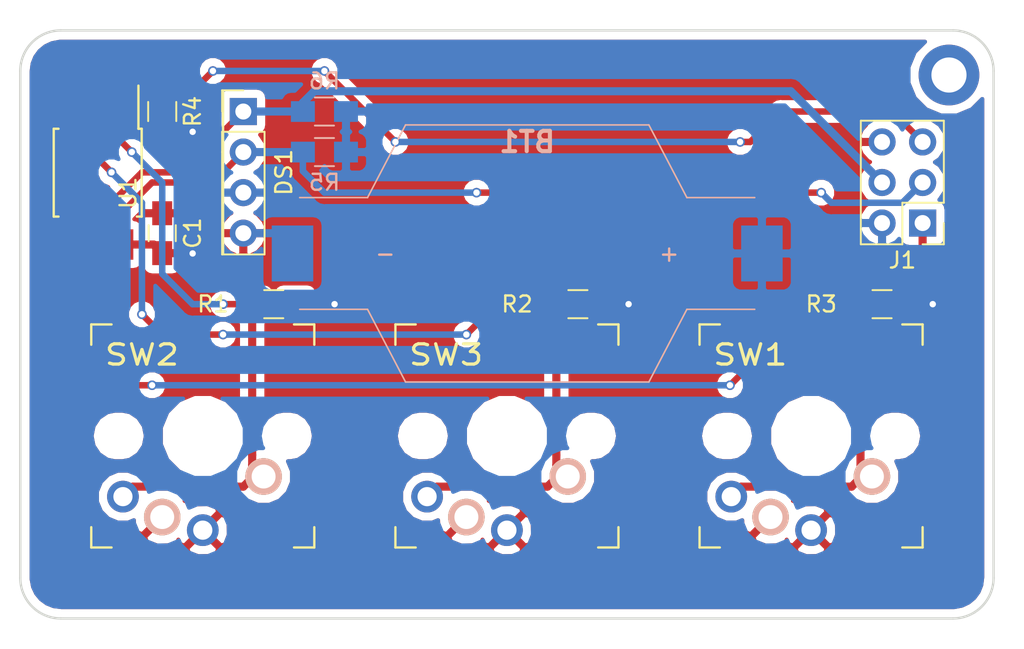
<source format=kicad_pcb>
(kicad_pcb (version 20171130) (host pcbnew "(5.0.1)-4")

  (general
    (thickness 1.6)
    (drawings 8)
    (tracks 110)
    (zones 0)
    (modules 15)
    (nets 9)
  )

  (page A4)
  (layers
    (0 F.Cu signal hide)
    (31 B.Cu signal)
    (32 B.Adhes user)
    (33 F.Adhes user)
    (34 B.Paste user)
    (35 F.Paste user)
    (36 B.SilkS user)
    (37 F.SilkS user)
    (38 B.Mask user)
    (39 F.Mask user)
    (40 Dwgs.User user)
    (41 Cmts.User user)
    (42 Eco1.User user)
    (43 Eco2.User user)
    (44 Edge.Cuts user)
    (45 Margin user)
    (46 B.CrtYd user)
    (47 F.CrtYd user)
    (48 B.Fab user)
    (49 F.Fab user hide)
  )

  (setup
    (last_trace_width 0.25)
    (user_trace_width 0.1524)
    (user_trace_width 0.3048)
    (user_trace_width 0.4064)
    (user_trace_width 0.508)
    (trace_clearance 0.2)
    (zone_clearance 0.508)
    (zone_45_only yes)
    (trace_min 0.1524)
    (segment_width 0.2)
    (edge_width 0.15)
    (via_size 0.6)
    (via_drill 0.4)
    (via_min_size 0.4)
    (via_min_drill 0.3)
    (uvia_size 0.3)
    (uvia_drill 0.1)
    (uvias_allowed no)
    (uvia_min_size 0.2)
    (uvia_min_drill 0.1)
    (pcb_text_width 0.3)
    (pcb_text_size 1.5 1.5)
    (mod_edge_width 0.15)
    (mod_text_size 1 1)
    (mod_text_width 0.15)
    (pad_size 17.78 17.78)
    (pad_drill 0)
    (pad_to_mask_clearance 0.2)
    (solder_mask_min_width 0.25)
    (aux_axis_origin 0 0)
    (grid_origin 176.276 122.682)
    (visible_elements 7FFFFFFF)
    (pcbplotparams
      (layerselection 0x010f0_ffffffff)
      (usegerberextensions false)
      (usegerberattributes false)
      (usegerberadvancedattributes false)
      (creategerberjobfile false)
      (excludeedgelayer true)
      (linewidth 0.100000)
      (plotframeref false)
      (viasonmask false)
      (mode 1)
      (useauxorigin false)
      (hpglpennumber 1)
      (hpglpenspeed 20)
      (hpglpendiameter 15.000000)
      (psnegative false)
      (psa4output false)
      (plotreference true)
      (plotvalue false)
      (plotinvisibletext false)
      (padsonsilk false)
      (subtractmaskfromsilk true)
      (outputformat 1)
      (mirror false)
      (drillshape 0)
      (scaleselection 1)
      (outputdirectory "JLCPCBGERBERS/"))
  )

  (net 0 "")
  (net 1 GND)
  (net 2 /PB2)
  (net 3 /PB0)
  (net 4 /PB3)
  (net 5 /PB5)
  (net 6 /PB1)
  (net 7 /PB4)
  (net 8 VCC)

  (net_class Default "This is the default net class."
    (clearance 0.2)
    (trace_width 0.25)
    (via_dia 0.6)
    (via_drill 0.4)
    (uvia_dia 0.3)
    (uvia_drill 0.1)
    (add_net /PB0)
    (add_net /PB1)
    (add_net /PB2)
    (add_net /PB3)
    (add_net /PB4)
    (add_net /PB5)
    (add_net GND)
    (add_net VCC)
  )

  (module bobness_card:CHERRY_CHOC_PCB (layer F.Cu) (tedit 5D5605AF) (tstamp 5D529BC7)
    (at 136.906 123.952 180)
    (path /5AF417B0)
    (fp_text reference SW2 (at 3.81 5.08 180) (layer F.SilkS)
      (effects (font (size 1.27 1.524) (thickness 0.2032)))
    )
    (fp_text value SW_Push (at 0 3.175 180) (layer F.SilkS) hide
      (effects (font (size 1.27 1.524) (thickness 0.2032)))
    )
    (fp_text user 1.00u (at 5.716 -8.414 180) (layer Dwgs.User)
      (effects (font (size 1.524 1.524) (thickness 0.3048)))
    )
    (fp_line (start -9.398 -9.398) (end 9.398 -9.398) (layer Dwgs.User) (width 0.1524))
    (fp_line (start 9.398 -9.398) (end 9.398 9.398) (layer Dwgs.User) (width 0.1524))
    (fp_line (start 9.398 9.398) (end -9.398 9.398) (layer Dwgs.User) (width 0.1524))
    (fp_line (start -9.398 9.398) (end -9.398 -9.398) (layer Dwgs.User) (width 0.1524))
    (fp_line (start -6.985 -6.985) (end 6.985 -6.985) (layer Eco2.User) (width 0.1524))
    (fp_line (start 6.985 -6.985) (end 6.985 6.985) (layer Eco2.User) (width 0.1524))
    (fp_line (start 6.985 6.985) (end -6.985 6.985) (layer Eco2.User) (width 0.1524))
    (fp_line (start -6.985 6.985) (end -6.985 -6.985) (layer Eco2.User) (width 0.1524))
    (fp_line (start 6.985 6.985) (end 5.715 6.985) (layer F.SilkS) (width 0.15))
    (fp_line (start 6.985 5.715) (end 6.985 6.985) (layer F.SilkS) (width 0.15))
    (fp_line (start -6.985 6.985) (end -5.715 6.985) (layer F.SilkS) (width 0.15))
    (fp_line (start -6.985 5.715) (end -6.985 6.985) (layer F.SilkS) (width 0.15))
    (fp_line (start -6.985 -6.985) (end -5.715 -6.985) (layer F.SilkS) (width 0.15))
    (fp_line (start -6.985 -5.715) (end -6.985 -6.985) (layer F.SilkS) (width 0.15))
    (fp_line (start 6.985 -6.985) (end 6.985 -5.715) (layer F.SilkS) (width 0.15))
    (fp_line (start 5.715 -6.985) (end 6.985 -6.985) (layer F.SilkS) (width 0.15))
    (pad 2 thru_hole circle (at 5 -3.8 180) (size 1.9874 1.9874) (drill 1.2) (layers *.Cu *.Mask)
      (net 4 /PB3))
    (pad 1 thru_hole circle (at 0 -5.9 180) (size 1.9874 1.9874) (drill 1.2) (layers *.Cu *.Mask)
      (net 1 GND))
    (pad 1 thru_hole circle (at 2.54 -5.08 180) (size 2.286 2.286) (drill 1.4986) (layers *.Cu *.SilkS *.Mask)
      (net 1 GND))
    (pad 2 thru_hole circle (at -3.81 -2.54 180) (size 2.286 2.286) (drill 1.4986) (layers *.Cu *.SilkS *.Mask)
      (net 4 /PB3))
    (pad HOLE np_thru_hole circle (at 0 0 180) (size 3.9878 3.9878) (drill 3.9878) (layers *.Cu))
    (pad "" np_thru_hole oval (at -5.26455 0 180) (size 2.0709 1.9) (drill oval 2.0709 1.9) (layers *.Cu))
    (pad "" np_thru_hole oval (at 5.26455 0 180) (size 2.0709 1.9) (drill oval 2.0709 1.9) (layers *.Cu))
  )

  (module bobness_card:CHERRY_CHOC_PCB (layer F.Cu) (tedit 5D5605AF) (tstamp 5D529BE2)
    (at 155.956 123.952 180)
    (path /5AF41915)
    (fp_text reference SW3 (at 3.81 5.08 180) (layer F.SilkS)
      (effects (font (size 1.27 1.524) (thickness 0.2032)))
    )
    (fp_text value SW_Push (at 0 3.175 180) (layer F.SilkS) hide
      (effects (font (size 1.27 1.524) (thickness 0.2032)))
    )
    (fp_text user 1.00u (at 5.716 -8.414 180) (layer Dwgs.User)
      (effects (font (size 1.524 1.524) (thickness 0.3048)))
    )
    (fp_line (start -9.398 -9.398) (end 9.398 -9.398) (layer Dwgs.User) (width 0.1524))
    (fp_line (start 9.398 -9.398) (end 9.398 9.398) (layer Dwgs.User) (width 0.1524))
    (fp_line (start 9.398 9.398) (end -9.398 9.398) (layer Dwgs.User) (width 0.1524))
    (fp_line (start -9.398 9.398) (end -9.398 -9.398) (layer Dwgs.User) (width 0.1524))
    (fp_line (start -6.985 -6.985) (end 6.985 -6.985) (layer Eco2.User) (width 0.1524))
    (fp_line (start 6.985 -6.985) (end 6.985 6.985) (layer Eco2.User) (width 0.1524))
    (fp_line (start 6.985 6.985) (end -6.985 6.985) (layer Eco2.User) (width 0.1524))
    (fp_line (start -6.985 6.985) (end -6.985 -6.985) (layer Eco2.User) (width 0.1524))
    (fp_line (start 6.985 6.985) (end 5.715 6.985) (layer F.SilkS) (width 0.15))
    (fp_line (start 6.985 5.715) (end 6.985 6.985) (layer F.SilkS) (width 0.15))
    (fp_line (start -6.985 6.985) (end -5.715 6.985) (layer F.SilkS) (width 0.15))
    (fp_line (start -6.985 5.715) (end -6.985 6.985) (layer F.SilkS) (width 0.15))
    (fp_line (start -6.985 -6.985) (end -5.715 -6.985) (layer F.SilkS) (width 0.15))
    (fp_line (start -6.985 -5.715) (end -6.985 -6.985) (layer F.SilkS) (width 0.15))
    (fp_line (start 6.985 -6.985) (end 6.985 -5.715) (layer F.SilkS) (width 0.15))
    (fp_line (start 5.715 -6.985) (end 6.985 -6.985) (layer F.SilkS) (width 0.15))
    (pad 2 thru_hole circle (at 5 -3.8 180) (size 1.9874 1.9874) (drill 1.2) (layers *.Cu *.Mask)
      (net 7 /PB4))
    (pad 1 thru_hole circle (at 0 -5.9 180) (size 1.9874 1.9874) (drill 1.2) (layers *.Cu *.Mask)
      (net 1 GND))
    (pad 1 thru_hole circle (at 2.54 -5.08 180) (size 2.286 2.286) (drill 1.4986) (layers *.Cu *.SilkS *.Mask)
      (net 1 GND))
    (pad 2 thru_hole circle (at -3.81 -2.54 180) (size 2.286 2.286) (drill 1.4986) (layers *.Cu *.SilkS *.Mask)
      (net 7 /PB4))
    (pad HOLE np_thru_hole circle (at 0 0 180) (size 3.9878 3.9878) (drill 3.9878) (layers *.Cu))
    (pad "" np_thru_hole oval (at -5.26455 0 180) (size 2.0709 1.9) (drill oval 2.0709 1.9) (layers *.Cu))
    (pad "" np_thru_hole oval (at 5.26455 0 180) (size 2.0709 1.9) (drill oval 2.0709 1.9) (layers *.Cu))
  )

  (module bobness_card:CHERRY_CHOC_PCB (layer F.Cu) (tedit 5D5605AF) (tstamp 5D529BAC)
    (at 175.006 123.952 180)
    (path /5AF413A9)
    (fp_text reference SW1 (at 3.81 5.08 180) (layer F.SilkS)
      (effects (font (size 1.27 1.524) (thickness 0.2032)))
    )
    (fp_text value SW_Push (at 0 3.175 180) (layer F.SilkS) hide
      (effects (font (size 1.27 1.524) (thickness 0.2032)))
    )
    (fp_text user 1.00u (at 5.716 -8.414 180) (layer Dwgs.User)
      (effects (font (size 1.524 1.524) (thickness 0.3048)))
    )
    (fp_line (start -9.398 -9.398) (end 9.398 -9.398) (layer Dwgs.User) (width 0.1524))
    (fp_line (start 9.398 -9.398) (end 9.398 9.398) (layer Dwgs.User) (width 0.1524))
    (fp_line (start 9.398 9.398) (end -9.398 9.398) (layer Dwgs.User) (width 0.1524))
    (fp_line (start -9.398 9.398) (end -9.398 -9.398) (layer Dwgs.User) (width 0.1524))
    (fp_line (start -6.985 -6.985) (end 6.985 -6.985) (layer Eco2.User) (width 0.1524))
    (fp_line (start 6.985 -6.985) (end 6.985 6.985) (layer Eco2.User) (width 0.1524))
    (fp_line (start 6.985 6.985) (end -6.985 6.985) (layer Eco2.User) (width 0.1524))
    (fp_line (start -6.985 6.985) (end -6.985 -6.985) (layer Eco2.User) (width 0.1524))
    (fp_line (start 6.985 6.985) (end 5.715 6.985) (layer F.SilkS) (width 0.15))
    (fp_line (start 6.985 5.715) (end 6.985 6.985) (layer F.SilkS) (width 0.15))
    (fp_line (start -6.985 6.985) (end -5.715 6.985) (layer F.SilkS) (width 0.15))
    (fp_line (start -6.985 5.715) (end -6.985 6.985) (layer F.SilkS) (width 0.15))
    (fp_line (start -6.985 -6.985) (end -5.715 -6.985) (layer F.SilkS) (width 0.15))
    (fp_line (start -6.985 -5.715) (end -6.985 -6.985) (layer F.SilkS) (width 0.15))
    (fp_line (start 6.985 -6.985) (end 6.985 -5.715) (layer F.SilkS) (width 0.15))
    (fp_line (start 5.715 -6.985) (end 6.985 -6.985) (layer F.SilkS) (width 0.15))
    (pad 2 thru_hole circle (at 5 -3.8 180) (size 1.9874 1.9874) (drill 1.2) (layers *.Cu *.Mask)
      (net 6 /PB1))
    (pad 1 thru_hole circle (at 0 -5.9 180) (size 1.9874 1.9874) (drill 1.2) (layers *.Cu *.Mask)
      (net 1 GND))
    (pad 1 thru_hole circle (at 2.54 -5.08 180) (size 2.286 2.286) (drill 1.4986) (layers *.Cu *.SilkS *.Mask)
      (net 1 GND))
    (pad 2 thru_hole circle (at -3.81 -2.54 180) (size 2.286 2.286) (drill 1.4986) (layers *.Cu *.SilkS *.Mask)
      (net 6 /PB1))
    (pad HOLE np_thru_hole circle (at 0 0 180) (size 3.9878 3.9878) (drill 3.9878) (layers *.Cu))
    (pad "" np_thru_hole oval (at -5.26455 0 180) (size 2.0709 1.9) (drill oval 2.0709 1.9) (layers *.Cu))
    (pad "" np_thru_hole oval (at 5.26455 0 180) (size 2.0709 1.9) (drill oval 2.0709 1.9) (layers *.Cu))
  )

  (module bobness_card:SMTU2032 (layer B.Cu) (tedit 5D5607F1) (tstamp 5BCA9B09)
    (at 157.226 112.522 180)
    (descr SMTU2032-LF)
    (tags "Undefined or Miscellaneous")
    (path /5AF43AAD)
    (attr smd)
    (fp_text reference BT1 (at 0 6.985 180) (layer B.SilkS)
      (effects (font (size 1.27 1.27) (thickness 0.254)) (justify mirror))
    )
    (fp_text value CR2032 (at 0 -6.985 180) (layer B.SilkS) hide
      (effects (font (size 1.27 1.27) (thickness 0.254)) (justify mirror))
    )
    (fp_text user - (at 8.89 0 180) (layer B.SilkS)
      (effects (font (size 1 1) (thickness 0.15)) (justify mirror))
    )
    (fp_text user + (at -8.89 0 180) (layer B.SilkS)
      (effects (font (size 1 1) (thickness 0.15)) (justify mirror))
    )
    (fp_line (start 10 -3.5) (end 14.25 -3.5) (layer B.SilkS) (width 0.1))
    (fp_line (start 7.62 -8.05) (end 10 -3.5) (layer B.SilkS) (width 0.1))
    (fp_line (start -7.62 -8.05) (end 7.62 -8.05) (layer B.SilkS) (width 0.1))
    (fp_line (start -10 -3.5) (end -7.62 -8.05) (layer B.SilkS) (width 0.1))
    (fp_line (start -14.25 -3.5) (end -10 -3.5) (layer B.SilkS) (width 0.1))
    (fp_line (start 10 3.5) (end 14.25 3.5) (layer B.SilkS) (width 0.1))
    (fp_line (start 7.62 8.05) (end 10 3.5) (layer B.SilkS) (width 0.1))
    (fp_line (start -7.62 8.05) (end 7.62 8.05) (layer B.SilkS) (width 0.1))
    (fp_line (start -10 3.5) (end -7.62 8.05) (layer B.SilkS) (width 0.1))
    (fp_line (start -14.25 3.5) (end -10 3.5) (layer B.SilkS) (width 0.1))
    (fp_line (start 10 3.5) (end 7.62 8.05) (layer Dwgs.User) (width 0.2))
    (fp_line (start 7.62 -8.05) (end 10 -3.5) (layer Dwgs.User) (width 0.2))
    (fp_line (start -10 -3.5) (end -7.62 -8.05) (layer Dwgs.User) (width 0.2))
    (fp_line (start -7.62 8.05) (end -10 3.5) (layer Dwgs.User) (width 0.2))
    (fp_line (start -7.62 -8.05) (end 7.62 -8.05) (layer Dwgs.User) (width 0.2))
    (fp_line (start -7.62 8.05) (end 7.62 8.05) (layer Dwgs.User) (width 0.2))
    (fp_line (start 14.25 -3.5) (end 10 -3.5) (layer Dwgs.User) (width 0.2))
    (fp_line (start 14.25 3.5) (end 10 3.5) (layer Dwgs.User) (width 0.2))
    (fp_line (start -14.25 -3.5) (end -10 -3.5) (layer Dwgs.User) (width 0.2))
    (fp_line (start -14.25 3.5) (end -10 3.5) (layer Dwgs.User) (width 0.2))
    (fp_line (start 14.25 3.5) (end 14.25 -3.5) (layer Dwgs.User) (width 0.2))
    (fp_line (start -14.25 3.5) (end -14.25 -3.5) (layer Dwgs.User) (width 0.2))
    (fp_line (start -17.5 -9.05) (end -17.5 9.05) (layer Dwgs.User) (width 0.1))
    (fp_line (start 17 -9.05) (end -17.5 -9.05) (layer Dwgs.User) (width 0.1))
    (fp_line (start 17 9.05) (end 17 -9.05) (layer Dwgs.User) (width 0.1))
    (fp_line (start -17.5 9.05) (end 17 9.05) (layer Dwgs.User) (width 0.1))
    (pad 2 smd rect (at 14.7 0 180) (size 2.6 3.5) (layers B.Cu B.Paste B.Mask)
      (net 1 GND))
    (pad 1 smd rect (at -14.7 0 180) (size 2.6 3.5) (layers B.Cu B.Paste B.Mask)
      (net 8 VCC))
    (model ../../../../../../Users/Dday/Documents/Documents/pcb/bobness_card-simple/bobness_card.3d/smtu2032.wrl
      (at (xyz 0 0 0))
      (scale (xyz 1 1 1))
      (rotate (xyz 0 0 0))
    )
  )

  (module Resistors_SMD:R_0805_HandSoldering (layer F.Cu) (tedit 5C81FE79) (tstamp 5AE9543D)
    (at 141.351 115.697 180)
    (descr "Resistor SMD 0805, hand soldering")
    (tags "resistor 0805")
    (path /5BCEBE1E)
    (attr smd)
    (fp_text reference R1 (at 3.81 0 180) (layer F.SilkS)
      (effects (font (size 1 1) (thickness 0.15)))
    )
    (fp_text value 22K (at 3.81 0 180) (layer F.Fab)
      (effects (font (size 1 1) (thickness 0.15)))
    )
    (fp_text user %R (at 0 0 180) (layer F.Fab)
      (effects (font (size 0.5 0.5) (thickness 0.075)))
    )
    (fp_line (start -1 0.62) (end -1 -0.62) (layer F.Fab) (width 0.1))
    (fp_line (start 1 0.62) (end -1 0.62) (layer F.Fab) (width 0.1))
    (fp_line (start 1 -0.62) (end 1 0.62) (layer F.Fab) (width 0.1))
    (fp_line (start -1 -0.62) (end 1 -0.62) (layer F.Fab) (width 0.1))
    (fp_line (start 0.6 0.88) (end -0.6 0.88) (layer F.SilkS) (width 0.12))
    (fp_line (start -0.6 -0.88) (end 0.6 -0.88) (layer F.SilkS) (width 0.12))
    (fp_line (start -2.35 -0.9) (end 2.35 -0.9) (layer F.CrtYd) (width 0.05))
    (fp_line (start -2.35 -0.9) (end -2.35 0.9) (layer F.CrtYd) (width 0.05))
    (fp_line (start 2.35 0.9) (end 2.35 -0.9) (layer F.CrtYd) (width 0.05))
    (fp_line (start 2.35 0.9) (end -2.35 0.9) (layer F.CrtYd) (width 0.05))
    (pad 1 smd rect (at -1.35 0 180) (size 1.5 1.3) (layers F.Cu F.Paste F.Mask)
      (net 8 VCC))
    (pad 2 smd rect (at 1.35 0 180) (size 1.5 1.3) (layers F.Cu F.Paste F.Mask)
      (net 4 /PB3))
    (model ${KISYS3DMOD}/Resistors_SMD.3dshapes/R_0805.wrl
      (at (xyz 0 0 0))
      (scale (xyz 1 1 1))
      (rotate (xyz 0 0 0))
    )
  )

  (module Resistors_SMD:R_0805_HandSoldering (layer F.Cu) (tedit 5C81FE86) (tstamp 5AE95443)
    (at 160.401 115.697 180)
    (descr "Resistor SMD 0805, hand soldering")
    (tags "resistor 0805")
    (path /5BCEBDBF)
    (attr smd)
    (fp_text reference R2 (at 3.81 0 180) (layer F.SilkS)
      (effects (font (size 1 1) (thickness 0.15)))
    )
    (fp_text value 22K (at 3.81 0 180) (layer F.Fab)
      (effects (font (size 1 1) (thickness 0.15)))
    )
    (fp_text user %R (at 0 0 180) (layer F.Fab)
      (effects (font (size 0.5 0.5) (thickness 0.075)))
    )
    (fp_line (start -1 0.62) (end -1 -0.62) (layer F.Fab) (width 0.1))
    (fp_line (start 1 0.62) (end -1 0.62) (layer F.Fab) (width 0.1))
    (fp_line (start 1 -0.62) (end 1 0.62) (layer F.Fab) (width 0.1))
    (fp_line (start -1 -0.62) (end 1 -0.62) (layer F.Fab) (width 0.1))
    (fp_line (start 0.6 0.88) (end -0.6 0.88) (layer F.SilkS) (width 0.12))
    (fp_line (start -0.6 -0.88) (end 0.6 -0.88) (layer F.SilkS) (width 0.12))
    (fp_line (start -2.35 -0.9) (end 2.35 -0.9) (layer F.CrtYd) (width 0.05))
    (fp_line (start -2.35 -0.9) (end -2.35 0.9) (layer F.CrtYd) (width 0.05))
    (fp_line (start 2.35 0.9) (end 2.35 -0.9) (layer F.CrtYd) (width 0.05))
    (fp_line (start 2.35 0.9) (end -2.35 0.9) (layer F.CrtYd) (width 0.05))
    (pad 1 smd rect (at -1.35 0 180) (size 1.5 1.3) (layers F.Cu F.Paste F.Mask)
      (net 8 VCC))
    (pad 2 smd rect (at 1.35 0 180) (size 1.5 1.3) (layers F.Cu F.Paste F.Mask)
      (net 7 /PB4))
    (model ${KISYS3DMOD}/Resistors_SMD.3dshapes/R_0805.wrl
      (at (xyz 0 0 0))
      (scale (xyz 1 1 1))
      (rotate (xyz 0 0 0))
    )
  )

  (module Resistors_SMD:R_0805_HandSoldering (layer F.Cu) (tedit 5C81FE8A) (tstamp 5AE95449)
    (at 179.451 115.697 180)
    (descr "Resistor SMD 0805, hand soldering")
    (tags "resistor 0805")
    (path /5AF4191B)
    (attr smd)
    (fp_text reference R3 (at 3.81 0 180) (layer F.SilkS)
      (effects (font (size 1 1) (thickness 0.15)))
    )
    (fp_text value 22K (at 3.81 0 180) (layer F.Fab)
      (effects (font (size 1 1) (thickness 0.15)))
    )
    (fp_text user %R (at 0 0 180) (layer F.Fab)
      (effects (font (size 0.5 0.5) (thickness 0.075)))
    )
    (fp_line (start -1 0.62) (end -1 -0.62) (layer F.Fab) (width 0.1))
    (fp_line (start 1 0.62) (end -1 0.62) (layer F.Fab) (width 0.1))
    (fp_line (start 1 -0.62) (end 1 0.62) (layer F.Fab) (width 0.1))
    (fp_line (start -1 -0.62) (end 1 -0.62) (layer F.Fab) (width 0.1))
    (fp_line (start 0.6 0.88) (end -0.6 0.88) (layer F.SilkS) (width 0.12))
    (fp_line (start -0.6 -0.88) (end 0.6 -0.88) (layer F.SilkS) (width 0.12))
    (fp_line (start -2.35 -0.9) (end 2.35 -0.9) (layer F.CrtYd) (width 0.05))
    (fp_line (start -2.35 -0.9) (end -2.35 0.9) (layer F.CrtYd) (width 0.05))
    (fp_line (start 2.35 0.9) (end 2.35 -0.9) (layer F.CrtYd) (width 0.05))
    (fp_line (start 2.35 0.9) (end -2.35 0.9) (layer F.CrtYd) (width 0.05))
    (pad 1 smd rect (at -1.35 0 180) (size 1.5 1.3) (layers F.Cu F.Paste F.Mask)
      (net 8 VCC))
    (pad 2 smd rect (at 1.35 0 180) (size 1.5 1.3) (layers F.Cu F.Paste F.Mask)
      (net 6 /PB1))
    (model ${KISYS3DMOD}/Resistors_SMD.3dshapes/R_0805.wrl
      (at (xyz 0 0 0))
      (scale (xyz 1 1 1))
      (rotate (xyz 0 0 0))
    )
  )

  (module Capacitors_SMD:C_0805_HandSoldering (layer F.Cu) (tedit 5BE7778A) (tstamp 5C46C5F5)
    (at 134.366 111.252 90)
    (descr "Capacitor SMD 0805, hand soldering")
    (tags "capacitor 0805")
    (path /5AF42491)
    (attr smd)
    (fp_text reference C1 (at 0 1.905 90) (layer F.SilkS)
      (effects (font (size 1 1) (thickness 0.15)))
    )
    (fp_text value 100nF (at 0 -1.75 90) (layer F.Fab)
      (effects (font (size 1 1) (thickness 0.15)))
    )
    (fp_line (start -1 0.62) (end -1 -0.62) (layer F.Fab) (width 0.1))
    (fp_line (start 1 0.62) (end -1 0.62) (layer F.Fab) (width 0.1))
    (fp_line (start 1 -0.62) (end 1 0.62) (layer F.Fab) (width 0.1))
    (fp_line (start -1 -0.62) (end 1 -0.62) (layer F.Fab) (width 0.1))
    (fp_line (start 0.5 -0.85) (end -0.5 -0.85) (layer F.SilkS) (width 0.12))
    (fp_line (start -0.5 0.85) (end 0.5 0.85) (layer F.SilkS) (width 0.12))
    (fp_line (start -2.25 -0.88) (end 2.25 -0.88) (layer F.CrtYd) (width 0.05))
    (fp_line (start -2.25 -0.88) (end -2.25 0.87) (layer F.CrtYd) (width 0.05))
    (fp_line (start 2.25 0.87) (end 2.25 -0.88) (layer F.CrtYd) (width 0.05))
    (fp_line (start 2.25 0.87) (end -2.25 0.87) (layer F.CrtYd) (width 0.05))
    (pad 1 smd rect (at -1.25 0 90) (size 1.5 1.25) (layers F.Cu F.Paste F.Mask)
      (net 8 VCC))
    (pad 2 smd rect (at 1.25 0 90) (size 1.5 1.25) (layers F.Cu F.Paste F.Mask)
      (net 1 GND))
    (model Capacitors_SMD.3dshapes/C_0805.wrl
      (at (xyz 0 0 0))
      (scale (xyz 1 1 1))
      (rotate (xyz 0 0 0))
    )
  )

  (module Resistors_SMD:R_0805_HandSoldering (layer F.Cu) (tedit 5C81FE66) (tstamp 5C46C572)
    (at 134.366 103.632 270)
    (descr "Resistor SMD 0805, hand soldering")
    (tags "resistor 0805")
    (path /5AF420A9)
    (attr smd)
    (fp_text reference R4 (at 0 -1.905 270) (layer F.SilkS)
      (effects (font (size 1 1) (thickness 0.15)))
    )
    (fp_text value 22K (at 0 -1.905 270) (layer F.Fab)
      (effects (font (size 1 1) (thickness 0.15)))
    )
    (fp_text user %R (at 0 0 270) (layer F.Fab)
      (effects (font (size 0.5 0.5) (thickness 0.075)))
    )
    (fp_line (start -1 0.62) (end -1 -0.62) (layer F.Fab) (width 0.1))
    (fp_line (start 1 0.62) (end -1 0.62) (layer F.Fab) (width 0.1))
    (fp_line (start 1 -0.62) (end 1 0.62) (layer F.Fab) (width 0.1))
    (fp_line (start -1 -0.62) (end 1 -0.62) (layer F.Fab) (width 0.1))
    (fp_line (start 0.6 0.88) (end -0.6 0.88) (layer F.SilkS) (width 0.12))
    (fp_line (start -0.6 -0.88) (end 0.6 -0.88) (layer F.SilkS) (width 0.12))
    (fp_line (start -2.35 -0.9) (end 2.35 -0.9) (layer F.CrtYd) (width 0.05))
    (fp_line (start -2.35 -0.9) (end -2.35 0.9) (layer F.CrtYd) (width 0.05))
    (fp_line (start 2.35 0.9) (end 2.35 -0.9) (layer F.CrtYd) (width 0.05))
    (fp_line (start 2.35 0.9) (end -2.35 0.9) (layer F.CrtYd) (width 0.05))
    (pad 1 smd rect (at -1.35 0 270) (size 1.5 1.3) (layers F.Cu F.Paste F.Mask)
      (net 5 /PB5))
    (pad 2 smd rect (at 1.35 0 270) (size 1.5 1.3) (layers F.Cu F.Paste F.Mask)
      (net 8 VCC))
    (model ${KISYS3DMOD}/Resistors_SMD.3dshapes/R_0805.wrl
      (at (xyz 0 0 0))
      (scale (xyz 1 1 1))
      (rotate (xyz 0 0 0))
    )
  )

  (module bobness_card:ATTINY85-20SU (layer F.Cu) (tedit 5BE77796) (tstamp 5C46C5AE)
    (at 130.326 107.462 270)
    (descr "8-Lead Plastic Small Outline (SM) - Medium, 5.28 mm Body [SOIC] (see Microchip Packaging Specification 00000049BS.pdf)")
    (tags "SOIC 1.27")
    (path /5AF41EEF)
    (attr smd)
    (fp_text reference U1 (at 1.27 -1.905 270) (layer F.SilkS)
      (effects (font (size 1 1) (thickness 0.15)))
    )
    (fp_text value ATTINY85-20SU (at -4 6.25 270) (layer F.Fab)
      (effects (font (size 1 1) (thickness 0.15)))
    )
    (fp_text user %R (at 0 0 270) (layer F.Fab)
      (effects (font (size 1 1) (thickness 0.15)))
    )
    (fp_line (start -1.65 -2.65) (end 2.65 -2.65) (layer F.Fab) (width 0.15))
    (fp_line (start 2.65 -2.65) (end 2.65 2.65) (layer F.Fab) (width 0.15))
    (fp_line (start 2.65 2.65) (end -2.65 2.65) (layer F.Fab) (width 0.15))
    (fp_line (start -2.65 2.65) (end -2.65 -1.65) (layer F.Fab) (width 0.15))
    (fp_line (start -2.65 -1.65) (end -1.65 -2.65) (layer F.Fab) (width 0.15))
    (fp_line (start -6.02 -2.95) (end -6.02 2.95) (layer F.CrtYd) (width 0.05))
    (fp_line (start 6.02 -2.95) (end 6.02 2.95) (layer F.CrtYd) (width 0.05))
    (fp_line (start -6.02 -2.95) (end 6.02 -2.95) (layer F.CrtYd) (width 0.05))
    (fp_line (start -6.02 2.95) (end 6.02 2.95) (layer F.CrtYd) (width 0.05))
    (fp_line (start -2.75 -2.755) (end -2.75 -2.55) (layer F.SilkS) (width 0.15))
    (fp_line (start 2.75 -2.755) (end 2.75 -2.455) (layer F.SilkS) (width 0.15))
    (fp_line (start 2.75 2.755) (end 2.75 2.455) (layer F.SilkS) (width 0.15))
    (fp_line (start -2.75 2.755) (end -2.75 2.455) (layer F.SilkS) (width 0.15))
    (fp_line (start -2.75 -2.755) (end 2.75 -2.755) (layer F.SilkS) (width 0.15))
    (fp_line (start -2.75 2.755) (end 2.75 2.755) (layer F.SilkS) (width 0.15))
    (fp_line (start -2.75 -2.55) (end -5.45 -2.55) (layer F.SilkS) (width 0.15))
    (pad 1 smd rect (at -4.5 -1.905 270) (size 1.905 0.65) (layers F.Cu F.Paste F.Mask)
      (net 5 /PB5))
    (pad 2 smd rect (at -4.5 -0.635 270) (size 1.905 0.65) (layers F.Cu F.Paste F.Mask)
      (net 4 /PB3))
    (pad 3 smd rect (at -4.5 0.635 270) (size 1.905 0.65) (layers F.Cu F.Paste F.Mask)
      (net 7 /PB4))
    (pad 4 smd rect (at -4.5 1.905 270) (size 1.905 0.65) (layers F.Cu F.Paste F.Mask)
      (net 1 GND))
    (pad 5 smd rect (at 4.5 1.905 270) (size 1.905 0.65) (layers F.Cu F.Paste F.Mask)
      (net 3 /PB0))
    (pad 6 smd rect (at 4.5 0.635 270) (size 1.905 0.65) (layers F.Cu F.Paste F.Mask)
      (net 6 /PB1))
    (pad 7 smd rect (at 4.5 -0.635 270) (size 1.905 0.65) (layers F.Cu F.Paste F.Mask)
      (net 2 /PB2))
    (pad 8 smd rect (at 4.5 -1.905 270) (size 1.905 0.65) (layers F.Cu F.Paste F.Mask)
      (net 8 VCC))
    (model ${KISYS3DMOD}/Housings_SOIC.3dshapes/SOIJ-8_5.3x5.3mm_Pitch1.27mm.wrl
      (at (xyz 0 0 0))
      (scale (xyz 1 1 1))
      (rotate (xyz 0 0 0))
    )
  )

  (module Pin_Headers:Pin_Header_Straight_2x03_Pitch2.54mm (layer F.Cu) (tedit 5BCAB0ED) (tstamp 5BA70244)
    (at 181.991 110.617 180)
    (descr "Through hole straight pin header, 2x03, 2.54mm pitch, double rows")
    (tags "Through hole pin header THT 2x03 2.54mm double row")
    (path /5B8D8798)
    (fp_text reference J1 (at 1.27 -2.33 180) (layer F.SilkS)
      (effects (font (size 1 1) (thickness 0.15)))
    )
    (fp_text value Conn_02x03_Odd_Even (at 6.35 -6.35 180) (layer F.Fab)
      (effects (font (size 1 1) (thickness 0.15)))
    )
    (fp_line (start 0 -1.27) (end 3.81 -1.27) (layer F.Fab) (width 0.1))
    (fp_line (start 3.81 -1.27) (end 3.81 6.35) (layer F.Fab) (width 0.1))
    (fp_line (start 3.81 6.35) (end -1.27 6.35) (layer F.Fab) (width 0.1))
    (fp_line (start -1.27 6.35) (end -1.27 0) (layer F.Fab) (width 0.1))
    (fp_line (start -1.27 0) (end 0 -1.27) (layer F.Fab) (width 0.1))
    (fp_line (start -1.33 6.41) (end 3.87 6.41) (layer F.SilkS) (width 0.12))
    (fp_line (start -1.33 1.27) (end -1.33 6.41) (layer F.SilkS) (width 0.12))
    (fp_line (start 3.87 -1.33) (end 3.87 6.41) (layer F.SilkS) (width 0.12))
    (fp_line (start -1.33 1.27) (end 1.27 1.27) (layer F.SilkS) (width 0.12))
    (fp_line (start 1.27 1.27) (end 1.27 -1.33) (layer F.SilkS) (width 0.12))
    (fp_line (start 1.27 -1.33) (end 3.87 -1.33) (layer F.SilkS) (width 0.12))
    (fp_line (start -1.33 0) (end -1.33 -1.33) (layer F.SilkS) (width 0.12))
    (fp_line (start -1.33 -1.33) (end 0 -1.33) (layer F.SilkS) (width 0.12))
    (fp_line (start -1.8 -1.8) (end -1.8 6.85) (layer F.CrtYd) (width 0.05))
    (fp_line (start -1.8 6.85) (end 4.35 6.85) (layer F.CrtYd) (width 0.05))
    (fp_line (start 4.35 6.85) (end 4.35 -1.8) (layer F.CrtYd) (width 0.05))
    (fp_line (start 4.35 -1.8) (end -1.8 -1.8) (layer F.CrtYd) (width 0.05))
    (fp_text user %R (at 1.27 2.54 -90) (layer F.Fab)
      (effects (font (size 1 1) (thickness 0.15)))
    )
    (pad 1 thru_hole rect (at 0 0 180) (size 1.7 1.7) (drill 1) (layers *.Cu *.Mask)
      (net 6 /PB1))
    (pad 2 thru_hole oval (at 2.54 0 180) (size 1.7 1.7) (drill 1) (layers *.Cu *.Mask)
      (net 8 VCC))
    (pad 3 thru_hole oval (at 0 2.54 180) (size 1.7 1.7) (drill 1) (layers *.Cu *.Mask)
      (net 2 /PB2))
    (pad 4 thru_hole oval (at 2.54 2.54 180) (size 1.7 1.7) (drill 1) (layers *.Cu *.Mask)
      (net 3 /PB0))
    (pad 5 thru_hole oval (at 0 5.08 180) (size 1.7 1.7) (drill 1) (layers *.Cu *.Mask)
      (net 5 /PB5))
    (pad 6 thru_hole oval (at 2.54 5.08 180) (size 1.7 1.7) (drill 1) (layers *.Cu *.Mask)
      (net 1 GND))
    (model ${KISYS3DMOD}/Pin_Headers.3dshapes/Pin_Header_Straight_2x03_Pitch2.54mm.wrl
      (at (xyz 0 0 0))
      (scale (xyz 1 1 1))
      (rotate (xyz 0 0 0))
    )
  )

  (module Resistors_SMD:R_0805_HandSoldering (layer B.Cu) (tedit 5D45F2F3) (tstamp 5C46C208)
    (at 144.526 106.172)
    (descr "Resistor SMD 0805, hand soldering")
    (tags "resistor 0805")
    (path /5BCEB7B5)
    (attr smd)
    (fp_text reference R5 (at 0 1.905) (layer B.SilkS)
      (effects (font (size 1 1) (thickness 0.15)) (justify mirror))
    )
    (fp_text value 4.7k (at 0 -1.75) (layer B.Fab)
      (effects (font (size 1 1) (thickness 0.15)) (justify mirror))
    )
    (fp_text user %R (at 0 0) (layer B.Fab)
      (effects (font (size 0.5 0.5) (thickness 0.075)) (justify mirror))
    )
    (fp_line (start -1 -0.62) (end -1 0.62) (layer B.Fab) (width 0.1))
    (fp_line (start 1 -0.62) (end -1 -0.62) (layer B.Fab) (width 0.1))
    (fp_line (start 1 0.62) (end 1 -0.62) (layer B.Fab) (width 0.1))
    (fp_line (start -1 0.62) (end 1 0.62) (layer B.Fab) (width 0.1))
    (fp_line (start 0.6 -0.88) (end -0.6 -0.88) (layer B.SilkS) (width 0.12))
    (fp_line (start -0.6 0.88) (end 0.6 0.88) (layer B.SilkS) (width 0.12))
    (fp_line (start -2.35 0.9) (end 2.35 0.9) (layer B.CrtYd) (width 0.05))
    (fp_line (start -2.35 0.9) (end -2.35 -0.9) (layer B.CrtYd) (width 0.05))
    (fp_line (start 2.35 -0.9) (end 2.35 0.9) (layer B.CrtYd) (width 0.05))
    (fp_line (start 2.35 -0.9) (end -2.35 -0.9) (layer B.CrtYd) (width 0.05))
    (pad 1 smd rect (at -1.35 0) (size 1.5 1.3) (layers B.Cu B.Paste B.Mask)
      (net 2 /PB2))
    (pad 2 smd rect (at 1.35 0) (size 1.5 1.3) (layers B.Cu B.Paste B.Mask)
      (net 8 VCC))
    (model ${KISYS3DMOD}/Resistors_SMD.3dshapes/R_0805.wrl
      (at (xyz 0 0 0))
      (scale (xyz 1 1 1))
      (rotate (xyz 0 0 0))
    )
  )

  (module Resistors_SMD:R_0805_HandSoldering (layer B.Cu) (tedit 5D45F2F9) (tstamp 5C46C238)
    (at 144.526 103.632)
    (descr "Resistor SMD 0805, hand soldering")
    (tags "resistor 0805")
    (path /5BCEB6D2)
    (attr smd)
    (fp_text reference R6 (at 0 -1.905) (layer B.SilkS)
      (effects (font (size 1 1) (thickness 0.15)) (justify mirror))
    )
    (fp_text value 4.7k (at 0 -1.75) (layer B.Fab)
      (effects (font (size 1 1) (thickness 0.15)) (justify mirror))
    )
    (fp_text user %R (at 0 0) (layer B.Fab)
      (effects (font (size 0.5 0.5) (thickness 0.075)) (justify mirror))
    )
    (fp_line (start -1 -0.62) (end -1 0.62) (layer B.Fab) (width 0.1))
    (fp_line (start 1 -0.62) (end -1 -0.62) (layer B.Fab) (width 0.1))
    (fp_line (start 1 0.62) (end 1 -0.62) (layer B.Fab) (width 0.1))
    (fp_line (start -1 0.62) (end 1 0.62) (layer B.Fab) (width 0.1))
    (fp_line (start 0.6 -0.88) (end -0.6 -0.88) (layer B.SilkS) (width 0.12))
    (fp_line (start -0.6 0.88) (end 0.6 0.88) (layer B.SilkS) (width 0.12))
    (fp_line (start -2.35 0.9) (end 2.35 0.9) (layer B.CrtYd) (width 0.05))
    (fp_line (start -2.35 0.9) (end -2.35 -0.9) (layer B.CrtYd) (width 0.05))
    (fp_line (start 2.35 -0.9) (end 2.35 0.9) (layer B.CrtYd) (width 0.05))
    (fp_line (start 2.35 -0.9) (end -2.35 -0.9) (layer B.CrtYd) (width 0.05))
    (pad 1 smd rect (at -1.35 0) (size 1.5 1.3) (layers B.Cu B.Paste B.Mask)
      (net 3 /PB0))
    (pad 2 smd rect (at 1.35 0) (size 1.5 1.3) (layers B.Cu B.Paste B.Mask)
      (net 8 VCC))
    (model ${KISYS3DMOD}/Resistors_SMD.3dshapes/R_0805.wrl
      (at (xyz 0 0 0))
      (scale (xyz 1 1 1))
      (rotate (xyz 0 0 0))
    )
  )

  (module bobness_card:SSD1306_OLED_Display_128x32 (layer F.Cu) (tedit 5C81FEA2) (tstamp 5C46BE6C)
    (at 139.446 103.632)
    (descr "Through hole straight pin header, 1x04, 2.54mm pitch, single row")
    (tags "Through hole pin header THT 1x04 2.54mm single row")
    (path /5AF43225)
    (fp_text reference DS1 (at 2.54 3.81 90) (layer F.SilkS)
      (effects (font (size 1 1) (thickness 0.15)))
    )
    (fp_text value SSD1306-128x32 (at 19.05 7.62) (layer F.Fab)
      (effects (font (size 1 1) (thickness 0.15)))
    )
    (fp_line (start -1.27 8.89) (end -1.27 -1.27) (layer Dwgs.User) (width 0.15))
    (fp_line (start -1.27 -1.27) (end 36.88 -1.27) (layer Dwgs.User) (width 0.15))
    (fp_line (start 36.88 -1.27) (end 36.88 8.89) (layer Dwgs.User) (width 0.15))
    (fp_line (start 36.88 8.89) (end -1.27 8.89) (layer Dwgs.User) (width 0.15))
    (fp_line (start -1.27 8.89) (end -1.27 -1.27) (layer F.SilkS) (width 0.15))
    (fp_line (start -0.635 -1.27) (end 1.27 -1.27) (layer F.Fab) (width 0.1))
    (fp_line (start 1.27 -1.27) (end 1.27 8.89) (layer F.Fab) (width 0.1))
    (fp_line (start 1.27 8.89) (end -1.27 8.89) (layer F.Fab) (width 0.1))
    (fp_line (start -1.27 8.89) (end -1.27 -0.635) (layer F.Fab) (width 0.1))
    (fp_line (start -1.27 -0.635) (end -0.635 -1.27) (layer F.Fab) (width 0.1))
    (fp_line (start -1.33 8.95) (end 1.33 8.95) (layer F.SilkS) (width 0.12))
    (fp_line (start -1.33 1.27) (end -1.33 8.95) (layer F.SilkS) (width 0.12))
    (fp_line (start 1.33 1.27) (end 1.33 8.95) (layer F.SilkS) (width 0.12))
    (fp_line (start -1.33 1.27) (end 1.33 1.27) (layer F.SilkS) (width 0.12))
    (fp_line (start -1.33 0) (end -1.33 -1.33) (layer F.SilkS) (width 0.12))
    (fp_line (start -1.33 -1.33) (end 0 -1.33) (layer F.SilkS) (width 0.12))
    (fp_line (start -1.8 -1.8) (end -1.8 9.4) (layer F.CrtYd) (width 0.05))
    (fp_line (start -1.8 9.4) (end 1.8 9.4) (layer F.CrtYd) (width 0.05))
    (fp_line (start 1.8 9.4) (end 1.8 -1.8) (layer F.CrtYd) (width 0.05))
    (fp_line (start 1.8 -1.8) (end -1.8 -1.8) (layer F.CrtYd) (width 0.05))
    (fp_text user %R (at 3.175 -0.635 180) (layer F.Fab)
      (effects (font (size 1 1) (thickness 0.15)))
    )
    (pad 4 thru_hole rect (at 0 0) (size 1.7 1.7) (drill 1) (layers *.Cu *.Mask)
      (net 3 /PB0))
    (pad 3 thru_hole oval (at 0 2.54) (size 1.7 1.7) (drill 1) (layers *.Cu *.Mask)
      (net 2 /PB2))
    (pad 2 thru_hole oval (at 0 5.08) (size 1.7 1.7) (drill 1) (layers *.Cu *.Mask)
      (net 8 VCC))
    (pad 1 thru_hole oval (at 0 7.62) (size 1.7 1.7) (drill 1) (layers *.Cu *.Mask)
      (net 1 GND))
    (model ../../../../../../Users/Dday/Documents/Documents/pcb/bobness_card-simple/bobness_card.3d/ssd1306-128x32.wrl
      (at (xyz 0 0 0))
      (scale (xyz 1 1 1))
      (rotate (xyz 0 0 0))
    )
  )

  (module MountingHole:MountingHole_2.2mm_M2_DIN965_Pad (layer F.Cu) (tedit 5D4601E3) (tstamp 5D5EEC9F)
    (at 183.642 101.346)
    (descr "Mounting Hole 2.2mm, M2, DIN965")
    (tags "mounting hole 2.2mm m2 din965")
    (attr virtual)
    (fp_text reference REF** (at 0 -2.9) (layer F.SilkS) hide
      (effects (font (size 1 1) (thickness 0.15)))
    )
    (fp_text value MountingHole_2.2mm_M2_DIN965_Pad (at 0 2.9) (layer F.Fab)
      (effects (font (size 1 1) (thickness 0.15)))
    )
    (fp_circle (center 0 0) (end 2.15 0) (layer F.CrtYd) (width 0.05))
    (fp_circle (center 0 0) (end 1.9 0) (layer Cmts.User) (width 0.15))
    (fp_text user %R (at 0.3 0) (layer F.Fab)
      (effects (font (size 1 1) (thickness 0.15)))
    )
    (pad 1 thru_hole circle (at 0 0) (size 3.8 3.8) (drill 2.2) (layers *.Cu *.Mask))
  )

  (gr_line (start 125.476 101.092) (end 125.476 132.842) (angle 90) (layer Edge.Cuts) (width 0.15))
  (gr_line (start 183.896 98.552) (end 128.016 98.552) (angle 90) (layer Edge.Cuts) (width 0.15))
  (gr_line (start 186.436 132.842) (end 186.436 101.092) (angle 90) (layer Edge.Cuts) (width 0.15))
  (gr_line (start 128.016 135.382) (end 183.896 135.382) (angle 90) (layer Edge.Cuts) (width 0.15))
  (gr_arc (start 183.896 132.842) (end 186.436 132.842) (angle 90) (layer Edge.Cuts) (width 0.15))
  (gr_arc (start 128.016 132.842) (end 128.016 135.382) (angle 90) (layer Edge.Cuts) (width 0.15))
  (gr_arc (start 128.016 101.092) (end 125.476 101.092) (angle 90) (layer Edge.Cuts) (width 0.15))
  (gr_arc (start 183.896 101.092) (end 183.896 98.552) (angle 90) (layer Edge.Cuts) (width 0.15))

  (segment (start 139.446 111.252) (end 142.526 111.252) (width 0.508) (layer B.Cu) (net 1) (status C00030))
  (segment (start 139.446 106.172) (end 143.176 106.172) (width 0.508) (layer B.Cu) (net 2) (status C00030))
  (segment (start 143.176 106.172) (end 143.176 107.362) (width 0.4064) (layer B.Cu) (net 2) (status 400010))
  (segment (start 180.721 109.347) (end 181.991 108.077) (width 0.4064) (layer B.Cu) (net 2) (tstamp 5C82040B) (status 800020))
  (segment (start 176.276 109.347) (end 180.721 109.347) (width 0.4064) (layer B.Cu) (net 2) (tstamp 5C82040A))
  (segment (start 175.641 108.712) (end 176.276 109.347) (width 0.4064) (layer B.Cu) (net 2) (tstamp 5C820409))
  (via (at 175.641 108.712) (size 0.6) (drill 0.4) (layers F.Cu B.Cu) (net 2))
  (segment (start 154.051 108.712) (end 175.641 108.712) (width 0.4064) (layer F.Cu) (net 2) (tstamp 5C820407))
  (via (at 154.051 108.712) (size 0.6) (drill 0.4) (layers F.Cu B.Cu) (net 2))
  (segment (start 144.526 108.712) (end 154.051 108.712) (width 0.4064) (layer B.Cu) (net 2) (tstamp 5C820404))
  (segment (start 143.176 107.362) (end 144.526 108.712) (width 0.4064) (layer B.Cu) (net 2) (tstamp 5C820403))
  (segment (start 130.961 111.962) (end 130.961 110.847) (width 0.4064) (layer F.Cu) (net 2) (status 400010))
  (segment (start 137.541 108.077) (end 139.446 106.172) (width 0.4064) (layer F.Cu) (net 2) (tstamp 5C820413) (status 800020))
  (segment (start 133.731 108.077) (end 137.541 108.077) (width 0.4064) (layer F.Cu) (net 2) (tstamp 5C820411))
  (segment (start 130.961 110.847) (end 133.731 108.077) (width 0.4064) (layer F.Cu) (net 2) (tstamp 5C820410))
  (segment (start 139.446 103.632) (end 143.176 103.632) (width 0.508) (layer B.Cu) (net 3) (status C00030))
  (segment (start 143.176 103.632) (end 143.176 103.077) (width 0.508) (layer B.Cu) (net 3) (status C00030))
  (segment (start 173.736 102.362) (end 178.816 107.442) (width 0.508) (layer B.Cu) (net 3) (tstamp 5C8203EC) (status 20))
  (segment (start 143.891 102.362) (end 173.736 102.362) (width 0.508) (layer B.Cu) (net 3) (tstamp 5C8203EB))
  (segment (start 143.176 103.077) (end 143.891 102.362) (width 0.508) (layer B.Cu) (net 3) (tstamp 5C8203EA) (status 400010))
  (segment (start 128.421 111.962) (end 128.421 110.847) (width 0.4064) (layer F.Cu) (net 3) (status 400010))
  (segment (start 135.636 107.442) (end 139.446 103.632) (width 0.4064) (layer F.Cu) (net 3) (tstamp 5C82041E) (status 800020))
  (segment (start 133.096 107.442) (end 135.636 107.442) (width 0.4064) (layer F.Cu) (net 3) (tstamp 5C82041C))
  (segment (start 130.556 109.982) (end 133.096 107.442) (width 0.4064) (layer F.Cu) (net 3) (tstamp 5C82041B))
  (segment (start 129.286 109.982) (end 130.556 109.982) (width 0.4064) (layer F.Cu) (net 3) (tstamp 5C82041A))
  (segment (start 128.421 110.847) (end 129.286 109.982) (width 0.4064) (layer F.Cu) (net 3) (tstamp 5C820419))
  (segment (start 140.001 115.697) (end 140.001 125.142) (width 0.508) (layer F.Cu) (net 4) (status 400010))
  (segment (start 140.001 125.777) (end 140.716 126.492) (width 0.508) (layer F.Cu) (net 4) (tstamp 5D52A03E) (status C00030))
  (segment (start 140.001 125.142) (end 140.001 125.777) (width 0.508) (layer F.Cu) (net 4) (status 800020))
  (segment (start 130.961 102.962) (end 130.961 104.672) (width 0.4064) (layer F.Cu) (net 4) (status 400010))
  (segment (start 138.176 115.697) (end 140.001 115.697) (width 0.4064) (layer F.Cu) (net 4) (tstamp 5C82043E) (status 800020))
  (via (at 138.176 115.697) (size 0.6) (drill 0.4) (layers F.Cu B.Cu) (net 4))
  (segment (start 136.271 115.697) (end 138.176 115.697) (width 0.4064) (layer B.Cu) (net 4) (tstamp 5C82043B))
  (segment (start 134.366 113.792) (end 136.271 115.697) (width 0.4064) (layer B.Cu) (net 4) (tstamp 5C82043A))
  (segment (start 134.366 108.077) (end 134.366 113.792) (width 0.4064) (layer B.Cu) (net 4) (tstamp 5C820439))
  (segment (start 132.461 106.172) (end 134.366 108.077) (width 0.4064) (layer B.Cu) (net 4) (tstamp 5C820438))
  (via (at 132.461 106.172) (size 0.6) (drill 0.4) (layers F.Cu B.Cu) (net 4))
  (segment (start 130.961 104.672) (end 132.461 106.172) (width 0.4064) (layer F.Cu) (net 4) (tstamp 5C820436))
  (segment (start 140.716 126.492) (end 140.081 126.492) (width 0.508) (layer F.Cu) (net 4) (status C00030))
  (segment (start 132.531 127.127) (end 131.906 127.752) (width 0.508) (layer F.Cu) (net 4) (tstamp 5D5EEAEC) (status C00030))
  (segment (start 139.446 127.127) (end 132.531 127.127) (width 0.508) (layer F.Cu) (net 4) (tstamp 5D5EEAEB) (status 800020))
  (segment (start 140.081 126.492) (end 139.446 127.127) (width 0.508) (layer F.Cu) (net 4) (tstamp 5D5EEAEA) (status 400010))
  (segment (start 132.231 102.962) (end 133.686 102.962) (width 0.508) (layer F.Cu) (net 5) (status 400010))
  (segment (start 133.686 102.962) (end 134.366 102.282) (width 0.508) (layer F.Cu) (net 5) (tstamp 5C81FA1D) (status 800020))
  (segment (start 134.366 102.282) (end 136.351 102.282) (width 0.4064) (layer F.Cu) (net 5) (status 400010))
  (segment (start 171.196 105.537) (end 173.101 103.632) (width 0.4064) (layer F.Cu) (net 5) (tstamp 5D52A0DC))
  (segment (start 170.561 105.537) (end 171.196 105.537) (width 0.4064) (layer F.Cu) (net 5))
  (segment (start 180.086 103.632) (end 181.991 105.537) (width 0.4064) (layer F.Cu) (net 5) (tstamp 5C8204BC) (status 800020))
  (segment (start 173.101 103.632) (end 180.086 103.632) (width 0.4064) (layer F.Cu) (net 5) (tstamp 5C8204BA))
  (via (at 170.561 105.537) (size 0.6) (drill 0.4) (layers F.Cu B.Cu) (net 5))
  (segment (start 148.971 105.537) (end 170.561 105.537) (width 0.4064) (layer B.Cu) (net 5) (tstamp 5C8204B6))
  (via (at 148.971 105.537) (size 0.6) (drill 0.4) (layers F.Cu B.Cu) (net 5))
  (segment (start 144.526 101.092) (end 148.971 105.537) (width 0.4064) (layer F.Cu) (net 5) (tstamp 5C8204B3))
  (segment (start 136.351 102.282) (end 137.541 101.092) (width 0.4064) (layer F.Cu) (net 5) (tstamp 5C8204B1))
  (via (at 137.541 101.092) (size 0.6) (drill 0.4) (layers F.Cu B.Cu) (net 5))
  (segment (start 137.541 101.092) (end 144.526 101.092) (width 0.4064) (layer B.Cu) (net 5) (tstamp 5C820507))
  (via (at 144.526 101.092) (size 0.6) (drill 0.4) (layers F.Cu B.Cu) (net 5))
  (segment (start 178.816 126.492) (end 178.101 125.777) (width 0.508) (layer F.Cu) (net 6) (tstamp 5D52A048) (status C00030))
  (segment (start 178.101 125.142) (end 178.101 115.697) (width 0.508) (layer F.Cu) (net 6) (status 800020))
  (segment (start 178.101 125.142) (end 178.101 125.777) (width 0.508) (layer F.Cu) (net 6) (status 800020))
  (segment (start 169.926 120.777) (end 133.731 120.777) (width 0.4064) (layer B.Cu) (net 6) (tstamp 5C82042C))
  (segment (start 169.926 120.777) (end 175.006 115.697) (width 0.4064) (layer F.Cu) (net 6) (tstamp 5C82074F))
  (segment (start 178.101 115.697) (end 175.006 115.697) (width 0.4064) (layer F.Cu) (net 6) (tstamp 5C820750) (status 400010))
  (via (at 169.926 120.777) (size 0.6) (drill 0.4) (layers F.Cu B.Cu) (net 6))
  (segment (start 129.691 118.642) (end 131.826 120.777) (width 0.4064) (layer F.Cu) (net 6) (tstamp 5C820744))
  (segment (start 131.826 120.777) (end 133.731 120.777) (width 0.4064) (layer F.Cu) (net 6) (tstamp 5C820746))
  (via (at 133.731 120.777) (size 0.6) (drill 0.4) (layers F.Cu B.Cu) (net 6))
  (segment (start 129.691 118.642) (end 129.691 117.348) (width 0.4064) (layer F.Cu) (net 6))
  (segment (start 129.691 117.372) (end 129.691 117.348) (width 0.4064) (layer F.Cu) (net 6))
  (segment (start 129.691 117.348) (end 129.691 111.962) (width 0.4064) (layer F.Cu) (net 6) (tstamp 5D529FF5) (status 20))
  (segment (start 181.991 110.617) (end 181.991 112.442) (width 0.508) (layer F.Cu) (net 6) (status 400010))
  (segment (start 181.991 112.442) (end 178.101 116.332) (width 0.508) (layer F.Cu) (net 6) (tstamp 5D52A0B5) (status 800020))
  (segment (start 178.816 126.492) (end 178.181 126.492) (width 0.508) (layer F.Cu) (net 6) (status C00030))
  (segment (start 170.631 127.127) (end 170.006 127.752) (width 0.508) (layer F.Cu) (net 6) (tstamp 5D5EEAFA) (status C00030))
  (segment (start 177.546 127.127) (end 170.631 127.127) (width 0.508) (layer F.Cu) (net 6) (tstamp 5D5EEAF9) (status 800020))
  (segment (start 178.181 126.492) (end 177.546 127.127) (width 0.508) (layer F.Cu) (net 6) (tstamp 5D5EEAF8) (status 400010))
  (segment (start 159.051 115.824) (end 159.051 125.142) (width 0.508) (layer F.Cu) (net 7) (status 10))
  (segment (start 159.051 125.777) (end 159.766 126.492) (width 0.508) (layer F.Cu) (net 7) (tstamp 5D52A032) (status C00030))
  (segment (start 159.051 125.142) (end 159.051 125.777) (width 0.508) (layer F.Cu) (net 7) (status 800020))
  (segment (start 129.691 102.962) (end 129.691 105.942) (width 0.4064) (layer F.Cu) (net 7) (status 400010))
  (segment (start 155.194 115.824) (end 159.051 115.824) (width 0.4064) (layer F.Cu) (net 7) (tstamp 5C8204AA) (status 20))
  (segment (start 153.416 117.602) (end 155.194 115.824) (width 0.4064) (layer F.Cu) (net 7) (tstamp 5C8204A9))
  (via (at 153.416 117.602) (size 0.6) (drill 0.4) (layers F.Cu B.Cu) (net 7))
  (segment (start 138.176 117.602) (end 153.416 117.602) (width 0.4064) (layer B.Cu) (net 7) (tstamp 5C8204A6))
  (via (at 138.176 117.602) (size 0.6) (drill 0.4) (layers F.Cu B.Cu) (net 7))
  (segment (start 134.366 117.602) (end 138.176 117.602) (width 0.4064) (layer F.Cu) (net 7) (tstamp 5C8204A4))
  (segment (start 133.096 116.332) (end 134.366 117.602) (width 0.4064) (layer F.Cu) (net 7) (tstamp 5C8204A3))
  (via (at 133.096 116.332) (size 0.6) (drill 0.4) (layers F.Cu B.Cu) (net 7))
  (segment (start 133.096 109.347) (end 133.096 116.332) (width 0.4064) (layer B.Cu) (net 7) (tstamp 5C8204A0))
  (segment (start 131.191 107.442) (end 133.096 109.347) (width 0.4064) (layer B.Cu) (net 7) (tstamp 5C82049F))
  (via (at 131.191 107.442) (size 0.6) (drill 0.4) (layers F.Cu B.Cu) (net 7))
  (segment (start 129.691 105.942) (end 131.191 107.442) (width 0.4064) (layer F.Cu) (net 7) (tstamp 5C82049D))
  (segment (start 159.766 126.492) (end 159.131 126.492) (width 0.508) (layer F.Cu) (net 7) (status C00030))
  (segment (start 151.581 127.127) (end 150.956 127.752) (width 0.508) (layer F.Cu) (net 7) (tstamp 5D5EEAF3) (status C00030))
  (segment (start 158.496 127.127) (end 151.581 127.127) (width 0.508) (layer F.Cu) (net 7) (tstamp 5D5EEAF2) (status 800020))
  (segment (start 159.131 126.492) (end 158.496 127.127) (width 0.508) (layer F.Cu) (net 7) (tstamp 5D5EEAF1) (status 400010))
  (segment (start 132.231 111.962) (end 133.826 111.962) (width 0.508) (layer F.Cu) (net 8) (status C00030))
  (segment (start 133.826 111.962) (end 134.366 112.502) (width 0.508) (layer F.Cu) (net 8) (tstamp 5C81FA22) (status C00030))
  (segment (start 161.751 115.697) (end 163.576 115.697) (width 0.508) (layer F.Cu) (net 8) (status 400010))
  (via (at 163.576 115.697) (size 0.6) (drill 0.4) (layers F.Cu B.Cu) (net 8))
  (segment (start 180.801 115.697) (end 182.626 115.697) (width 0.508) (layer F.Cu) (net 8) (status 400010))
  (via (at 182.626 115.697) (size 0.6) (drill 0.4) (layers F.Cu B.Cu) (net 8))
  (segment (start 142.701 115.697) (end 145.161 115.697) (width 0.508) (layer F.Cu) (net 8) (status 400010))
  (via (at 145.161 115.697) (size 0.6) (drill 0.4) (layers F.Cu B.Cu) (net 8))
  (segment (start 134.366 112.502) (end 136.251 112.502) (width 0.508) (layer F.Cu) (net 8) (status 400010))
  (via (at 136.271 112.522) (size 0.6) (drill 0.4) (layers F.Cu B.Cu) (net 8))
  (segment (start 136.251 112.502) (end 136.271 112.522) (width 0.508) (layer F.Cu) (net 8) (tstamp 5C81FDD4))
  (segment (start 134.366 104.982) (end 136.191 104.982) (width 0.508) (layer F.Cu) (net 8) (status 400010))
  (via (at 136.271 104.902) (size 0.6) (drill 0.4) (layers F.Cu B.Cu) (net 8))
  (segment (start 136.191 104.982) (end 136.271 104.902) (width 0.508) (layer F.Cu) (net 8) (tstamp 5C81FDDB))

  (zone (net 1) (net_name GND) (layer F.Cu) (tstamp 5D5EEA74) (hatch edge 0.508)
    (connect_pads (clearance 0.508))
    (min_thickness 0.254)
    (fill yes (arc_segments 16) (thermal_gap 0.508) (thermal_bridge_width 0.508))
    (polygon
      (pts
        (xy 187.706 137.287) (xy 124.206 137.287) (xy 124.841 97.917) (xy 187.706 97.917)
      )
    )
    (filled_polygon
      (pts
        (xy 181.49293 99.910038) (xy 181.107 100.841757) (xy 181.107 101.850243) (xy 181.49293 102.781962) (xy 182.206038 103.49507)
        (xy 183.137757 103.881) (xy 184.146243 103.881) (xy 185.077962 103.49507) (xy 185.726001 102.847031) (xy 185.726 132.797333)
        (xy 185.663042 133.295699) (xy 185.494697 133.720889) (xy 185.225899 134.090859) (xy 184.873541 134.382355) (xy 184.459756 134.577067)
        (xy 183.977339 134.669093) (xy 183.884836 134.672) (xy 128.060667 134.672) (xy 127.562301 134.609042) (xy 127.137111 134.440697)
        (xy 126.767141 134.171899) (xy 126.475645 133.819541) (xy 126.280933 133.405756) (xy 126.188907 132.923339) (xy 126.186 132.830836)
        (xy 126.186 130.999973) (xy 135.937632 130.999973) (xy 136.035523 131.266175) (xy 136.642965 131.491645) (xy 137.290452 131.467494)
        (xy 137.776477 131.266175) (xy 137.874368 130.999973) (xy 154.987632 130.999973) (xy 155.085523 131.266175) (xy 155.692965 131.491645)
        (xy 156.340452 131.467494) (xy 156.826477 131.266175) (xy 156.924368 130.999973) (xy 174.037632 130.999973) (xy 174.135523 131.266175)
        (xy 174.742965 131.491645) (xy 175.390452 131.467494) (xy 175.876477 131.266175) (xy 175.974368 130.999973) (xy 175.006 130.031605)
        (xy 174.037632 130.999973) (xy 156.924368 130.999973) (xy 155.956 130.031605) (xy 154.987632 130.999973) (xy 137.874368 130.999973)
        (xy 136.906 130.031605) (xy 135.937632 130.999973) (xy 126.186 130.999973) (xy 126.186 127.428031) (xy 130.2773 127.428031)
        (xy 130.2773 128.075969) (xy 130.525255 128.674584) (xy 130.983416 129.132745) (xy 131.582031 129.3807) (xy 132.229969 129.3807)
        (xy 132.593268 129.230216) (xy 132.599751 129.440329) (xy 132.828342 129.992194) (xy 133.110037 130.108358) (xy 134.186395 129.032)
        (xy 134.172253 129.017858) (xy 134.351858 128.838253) (xy 134.366 128.852395) (xy 134.380143 128.838253) (xy 134.559748 129.017858)
        (xy 134.545605 129.032) (xy 134.559748 129.046143) (xy 134.380143 129.225748) (xy 134.366 129.211605) (xy 133.289642 130.287963)
        (xy 133.405806 130.569658) (xy 134.067333 130.820062) (xy 134.774329 130.798249) (xy 135.326194 130.569658) (xy 135.377246 130.445859)
        (xy 135.491825 130.722477) (xy 135.758027 130.820368) (xy 136.726395 129.852) (xy 137.085605 129.852) (xy 138.053973 130.820368)
        (xy 138.320175 130.722477) (xy 138.545645 130.115035) (xy 138.521494 129.467548) (xy 138.320175 128.981523) (xy 138.053973 128.883632)
        (xy 137.085605 129.852) (xy 136.726395 129.852) (xy 136.712253 129.837858) (xy 136.891858 129.658253) (xy 136.906 129.672395)
        (xy 137.874368 128.704027) (xy 137.776477 128.437825) (xy 137.169035 128.212355) (xy 136.521548 128.236506) (xy 136.052377 128.430844)
        (xy 135.903658 128.071806) (xy 135.76833 128.016) (xy 139.358445 128.016) (xy 139.446 128.033416) (xy 139.533555 128.016)
        (xy 139.533556 128.016) (xy 139.693678 127.98415) (xy 139.708844 127.999316) (xy 140.362334 128.27) (xy 141.069666 128.27)
        (xy 141.723156 127.999316) (xy 142.223316 127.499156) (xy 142.252776 127.428031) (xy 149.3273 127.428031) (xy 149.3273 128.075969)
        (xy 149.575255 128.674584) (xy 150.033416 129.132745) (xy 150.632031 129.3807) (xy 151.279969 129.3807) (xy 151.643268 129.230216)
        (xy 151.649751 129.440329) (xy 151.878342 129.992194) (xy 152.160037 130.108358) (xy 153.236395 129.032) (xy 153.222253 129.017858)
        (xy 153.401858 128.838253) (xy 153.416 128.852395) (xy 153.430143 128.838253) (xy 153.609748 129.017858) (xy 153.595605 129.032)
        (xy 153.609748 129.046143) (xy 153.430143 129.225748) (xy 153.416 129.211605) (xy 152.339642 130.287963) (xy 152.455806 130.569658)
        (xy 153.117333 130.820062) (xy 153.824329 130.798249) (xy 154.376194 130.569658) (xy 154.427246 130.445859) (xy 154.541825 130.722477)
        (xy 154.808027 130.820368) (xy 155.776395 129.852) (xy 156.135605 129.852) (xy 157.103973 130.820368) (xy 157.370175 130.722477)
        (xy 157.595645 130.115035) (xy 157.571494 129.467548) (xy 157.370175 128.981523) (xy 157.103973 128.883632) (xy 156.135605 129.852)
        (xy 155.776395 129.852) (xy 155.762253 129.837858) (xy 155.941858 129.658253) (xy 155.956 129.672395) (xy 156.924368 128.704027)
        (xy 156.826477 128.437825) (xy 156.219035 128.212355) (xy 155.571548 128.236506) (xy 155.102377 128.430844) (xy 154.953658 128.071806)
        (xy 154.81833 128.016) (xy 158.408445 128.016) (xy 158.496 128.033416) (xy 158.583555 128.016) (xy 158.583556 128.016)
        (xy 158.743678 127.98415) (xy 158.758844 127.999316) (xy 159.412334 128.27) (xy 160.119666 128.27) (xy 160.773156 127.999316)
        (xy 161.273316 127.499156) (xy 161.302776 127.428031) (xy 168.3773 127.428031) (xy 168.3773 128.075969) (xy 168.625255 128.674584)
        (xy 169.083416 129.132745) (xy 169.682031 129.3807) (xy 170.329969 129.3807) (xy 170.693268 129.230216) (xy 170.699751 129.440329)
        (xy 170.928342 129.992194) (xy 171.210037 130.108358) (xy 172.286395 129.032) (xy 172.272253 129.017858) (xy 172.451858 128.838253)
        (xy 172.466 128.852395) (xy 172.480143 128.838253) (xy 172.659748 129.017858) (xy 172.645605 129.032) (xy 172.659748 129.046143)
        (xy 172.480143 129.225748) (xy 172.466 129.211605) (xy 171.389642 130.287963) (xy 171.505806 130.569658) (xy 172.167333 130.820062)
        (xy 172.874329 130.798249) (xy 173.426194 130.569658) (xy 173.477246 130.445859) (xy 173.591825 130.722477) (xy 173.858027 130.820368)
        (xy 174.826395 129.852) (xy 175.185605 129.852) (xy 176.153973 130.820368) (xy 176.420175 130.722477) (xy 176.645645 130.115035)
        (xy 176.621494 129.467548) (xy 176.420175 128.981523) (xy 176.153973 128.883632) (xy 175.185605 129.852) (xy 174.826395 129.852)
        (xy 174.812253 129.837858) (xy 174.991858 129.658253) (xy 175.006 129.672395) (xy 175.974368 128.704027) (xy 175.876477 128.437825)
        (xy 175.269035 128.212355) (xy 174.621548 128.236506) (xy 174.152377 128.430844) (xy 174.003658 128.071806) (xy 173.86833 128.016)
        (xy 177.458445 128.016) (xy 177.546 128.033416) (xy 177.633555 128.016) (xy 177.633556 128.016) (xy 177.793678 127.98415)
        (xy 177.808844 127.999316) (xy 178.462334 128.27) (xy 179.169666 128.27) (xy 179.823156 127.999316) (xy 180.323316 127.499156)
        (xy 180.594 126.845666) (xy 180.594 126.138334) (xy 180.34492 125.537) (xy 180.512103 125.537) (xy 180.974436 125.445036)
        (xy 181.498721 125.094721) (xy 181.849036 124.570436) (xy 181.972051 123.952) (xy 181.849036 123.333564) (xy 181.498721 122.809279)
        (xy 180.974436 122.458964) (xy 180.512103 122.367) (xy 180.028997 122.367) (xy 179.566664 122.458964) (xy 179.042379 122.809279)
        (xy 178.99 122.88767) (xy 178.99 116.966791) (xy 179.098765 116.945157) (xy 179.308809 116.804809) (xy 179.449157 116.594765)
        (xy 179.451 116.5855) (xy 179.452843 116.594765) (xy 179.593191 116.804809) (xy 179.803235 116.945157) (xy 180.051 116.99444)
        (xy 181.551 116.99444) (xy 181.798765 116.945157) (xy 182.008809 116.804809) (xy 182.149157 116.594765) (xy 182.1509 116.586)
        (xy 182.328963 116.586) (xy 182.440017 116.632) (xy 182.811983 116.632) (xy 183.155635 116.489655) (xy 183.418655 116.226635)
        (xy 183.561 115.882983) (xy 183.561 115.511017) (xy 183.418655 115.167365) (xy 183.155635 114.904345) (xy 182.811983 114.762)
        (xy 182.440017 114.762) (xy 182.328963 114.808) (xy 182.1509 114.808) (xy 182.149157 114.799235) (xy 182.008809 114.589191)
        (xy 181.798765 114.448843) (xy 181.551 114.39956) (xy 181.290676 114.39956) (xy 182.557707 113.132529) (xy 182.631933 113.082933)
        (xy 182.828419 112.78887) (xy 182.88 112.529556) (xy 182.88 112.529555) (xy 182.897416 112.442) (xy 182.88 112.354445)
        (xy 182.88 112.106682) (xy 183.088765 112.065157) (xy 183.298809 111.924809) (xy 183.439157 111.714765) (xy 183.48844 111.467)
        (xy 183.48844 109.767) (xy 183.439157 109.519235) (xy 183.298809 109.309191) (xy 183.088765 109.168843) (xy 183.043381 109.159816)
        (xy 183.061625 109.147625) (xy 183.389839 108.656418) (xy 183.505092 108.077) (xy 183.389839 107.497582) (xy 183.061625 107.006375)
        (xy 182.763239 106.807) (xy 183.061625 106.607625) (xy 183.389839 106.116418) (xy 183.505092 105.537) (xy 183.389839 104.957582)
        (xy 183.061625 104.466375) (xy 182.570418 104.138161) (xy 182.137256 104.052) (xy 181.844744 104.052) (xy 181.716836 104.077442)
        (xy 180.737072 103.097679) (xy 180.690308 103.027692) (xy 180.413049 102.842433) (xy 180.168554 102.7938) (xy 180.168549 102.7938)
        (xy 180.086 102.77738) (xy 180.003451 102.7938) (xy 173.183549 102.7938) (xy 173.101 102.77738) (xy 173.018451 102.7938)
        (xy 173.018446 102.7938) (xy 172.773951 102.842433) (xy 172.718557 102.879446) (xy 172.566677 102.980929) (xy 172.566676 102.98093)
        (xy 172.496692 103.027692) (xy 172.44993 103.097676) (xy 170.887431 104.660175) (xy 170.746983 104.602) (xy 170.375017 104.602)
        (xy 170.031365 104.744345) (xy 169.768345 105.007365) (xy 169.626 105.351017) (xy 169.626 105.722983) (xy 169.768345 106.066635)
        (xy 170.031365 106.329655) (xy 170.375017 106.472) (xy 170.746983 106.472) (xy 170.980679 106.3752) (xy 171.113451 106.3752)
        (xy 171.196 106.39162) (xy 171.278549 106.3752) (xy 171.278554 106.3752) (xy 171.523049 106.326567) (xy 171.800308 106.141308)
        (xy 171.847072 106.071321) (xy 173.448194 104.4702) (xy 178.452642 104.4702) (xy 178.179355 104.770076) (xy 178.009524 105.18011)
        (xy 178.130845 105.41) (xy 179.324 105.41) (xy 179.324 105.39) (xy 179.578 105.39) (xy 179.578 105.41)
        (xy 179.598 105.41) (xy 179.598 105.664) (xy 179.578 105.664) (xy 179.578 105.684) (xy 179.324 105.684)
        (xy 179.324 105.664) (xy 178.130845 105.664) (xy 178.009524 105.89389) (xy 178.179355 106.303924) (xy 178.569642 106.732183)
        (xy 178.699478 106.793157) (xy 178.380375 107.006375) (xy 178.052161 107.497582) (xy 177.936908 108.077) (xy 178.052161 108.656418)
        (xy 178.380375 109.147625) (xy 178.678761 109.347) (xy 178.380375 109.546375) (xy 178.052161 110.037582) (xy 177.936908 110.617)
        (xy 178.052161 111.196418) (xy 178.380375 111.687625) (xy 178.871582 112.015839) (xy 179.304744 112.102) (xy 179.597256 112.102)
        (xy 180.030418 112.015839) (xy 180.521625 111.687625) (xy 180.533816 111.669381) (xy 180.542843 111.714765) (xy 180.683191 111.924809)
        (xy 180.893235 112.065157) (xy 181.074543 112.101221) (xy 178.776205 114.39956) (xy 177.351 114.39956) (xy 177.103235 114.448843)
        (xy 176.893191 114.589191) (xy 176.752843 114.799235) (xy 176.740995 114.8588) (xy 175.088549 114.8588) (xy 175.006 114.84238)
        (xy 174.923451 114.8588) (xy 174.923446 114.8588) (xy 174.678951 114.907433) (xy 174.678949 114.907434) (xy 174.67895 114.907434)
        (xy 174.471677 115.045929) (xy 174.471676 115.04593) (xy 174.401692 115.092692) (xy 174.35493 115.162676) (xy 169.630062 119.887545)
        (xy 169.396365 119.984345) (xy 169.133345 120.247365) (xy 168.991 120.591017) (xy 168.991 120.962983) (xy 169.133345 121.306635)
        (xy 169.396365 121.569655) (xy 169.740017 121.712) (xy 170.111983 121.712) (xy 170.455635 121.569655) (xy 170.718655 121.306635)
        (xy 170.815455 121.072938) (xy 175.353194 116.5352) (xy 176.740995 116.5352) (xy 176.752843 116.594765) (xy 176.893191 116.804809)
        (xy 177.103235 116.945157) (xy 177.212001 116.966792) (xy 177.212 122.440174) (xy 176.495152 121.723326) (xy 175.528921 121.3231)
        (xy 174.483079 121.3231) (xy 173.516848 121.723326) (xy 172.777326 122.462848) (xy 172.3771 123.429079) (xy 172.3771 124.474921)
        (xy 172.777326 125.441152) (xy 173.516848 126.180674) (xy 173.655245 126.238) (xy 170.71855 126.238) (xy 170.630999 126.220585)
        (xy 170.5863 126.229476) (xy 170.329969 126.1233) (xy 169.682031 126.1233) (xy 169.083416 126.371255) (xy 168.625255 126.829416)
        (xy 168.3773 127.428031) (xy 161.302776 127.428031) (xy 161.544 126.845666) (xy 161.544 126.138334) (xy 161.29492 125.537)
        (xy 161.462103 125.537) (xy 161.924436 125.445036) (xy 162.448721 125.094721) (xy 162.799036 124.570436) (xy 162.922051 123.952)
        (xy 168.039949 123.952) (xy 168.162964 124.570436) (xy 168.513279 125.094721) (xy 169.037564 125.445036) (xy 169.499897 125.537)
        (xy 169.983003 125.537) (xy 170.445336 125.445036) (xy 170.969621 125.094721) (xy 171.319936 124.570436) (xy 171.442951 123.952)
        (xy 171.319936 123.333564) (xy 170.969621 122.809279) (xy 170.445336 122.458964) (xy 169.983003 122.367) (xy 169.499897 122.367)
        (xy 169.037564 122.458964) (xy 168.513279 122.809279) (xy 168.162964 123.333564) (xy 168.039949 123.952) (xy 162.922051 123.952)
        (xy 162.799036 123.333564) (xy 162.448721 122.809279) (xy 161.924436 122.458964) (xy 161.462103 122.367) (xy 160.978997 122.367)
        (xy 160.516664 122.458964) (xy 159.992379 122.809279) (xy 159.94 122.88767) (xy 159.94 116.966791) (xy 160.048765 116.945157)
        (xy 160.258809 116.804809) (xy 160.399157 116.594765) (xy 160.401 116.5855) (xy 160.402843 116.594765) (xy 160.543191 116.804809)
        (xy 160.753235 116.945157) (xy 161.001 116.99444) (xy 162.501 116.99444) (xy 162.748765 116.945157) (xy 162.958809 116.804809)
        (xy 163.099157 116.594765) (xy 163.1009 116.586) (xy 163.278963 116.586) (xy 163.390017 116.632) (xy 163.761983 116.632)
        (xy 164.105635 116.489655) (xy 164.368655 116.226635) (xy 164.511 115.882983) (xy 164.511 115.511017) (xy 164.368655 115.167365)
        (xy 164.105635 114.904345) (xy 163.761983 114.762) (xy 163.390017 114.762) (xy 163.278963 114.808) (xy 163.1009 114.808)
        (xy 163.099157 114.799235) (xy 162.958809 114.589191) (xy 162.748765 114.448843) (xy 162.501 114.39956) (xy 161.001 114.39956)
        (xy 160.753235 114.448843) (xy 160.543191 114.589191) (xy 160.402843 114.799235) (xy 160.401 114.8085) (xy 160.399157 114.799235)
        (xy 160.258809 114.589191) (xy 160.048765 114.448843) (xy 159.801 114.39956) (xy 158.301 114.39956) (xy 158.053235 114.448843)
        (xy 157.843191 114.589191) (xy 157.702843 114.799235) (xy 157.665733 114.9858) (xy 155.276549 114.9858) (xy 155.194 114.96938)
        (xy 155.111451 114.9858) (xy 155.111446 114.9858) (xy 154.866951 115.034433) (xy 154.834574 115.056067) (xy 154.659677 115.172929)
        (xy 154.659676 115.17293) (xy 154.589692 115.219692) (xy 154.54293 115.289676) (xy 153.120062 116.712545) (xy 152.886365 116.809345)
        (xy 152.623345 117.072365) (xy 152.481 117.416017) (xy 152.481 117.787983) (xy 152.623345 118.131635) (xy 152.886365 118.394655)
        (xy 153.230017 118.537) (xy 153.601983 118.537) (xy 153.945635 118.394655) (xy 154.208655 118.131635) (xy 154.305455 117.897938)
        (xy 155.541194 116.6622) (xy 157.747902 116.6622) (xy 157.843191 116.804809) (xy 158.053235 116.945157) (xy 158.162 116.966791)
        (xy 158.162001 122.440175) (xy 157.445152 121.723326) (xy 156.478921 121.3231) (xy 155.433079 121.3231) (xy 154.466848 121.723326)
        (xy 153.727326 122.462848) (xy 153.3271 123.429079) (xy 153.3271 124.474921) (xy 153.727326 125.441152) (xy 154.466848 126.180674)
        (xy 154.605245 126.238) (xy 151.66855 126.238) (xy 151.580999 126.220585) (xy 151.5363 126.229476) (xy 151.279969 126.1233)
        (xy 150.632031 126.1233) (xy 150.033416 126.371255) (xy 149.575255 126.829416) (xy 149.3273 127.428031) (xy 142.252776 127.428031)
        (xy 142.494 126.845666) (xy 142.494 126.138334) (xy 142.24492 125.537) (xy 142.412103 125.537) (xy 142.874436 125.445036)
        (xy 143.398721 125.094721) (xy 143.749036 124.570436) (xy 143.872051 123.952) (xy 148.989949 123.952) (xy 149.112964 124.570436)
        (xy 149.463279 125.094721) (xy 149.987564 125.445036) (xy 150.449897 125.537) (xy 150.933003 125.537) (xy 151.395336 125.445036)
        (xy 151.919621 125.094721) (xy 152.269936 124.570436) (xy 152.392951 123.952) (xy 152.269936 123.333564) (xy 151.919621 122.809279)
        (xy 151.395336 122.458964) (xy 150.933003 122.367) (xy 150.449897 122.367) (xy 149.987564 122.458964) (xy 149.463279 122.809279)
        (xy 149.112964 123.333564) (xy 148.989949 123.952) (xy 143.872051 123.952) (xy 143.749036 123.333564) (xy 143.398721 122.809279)
        (xy 142.874436 122.458964) (xy 142.412103 122.367) (xy 141.928997 122.367) (xy 141.466664 122.458964) (xy 140.942379 122.809279)
        (xy 140.89 122.88767) (xy 140.89 116.966791) (xy 140.998765 116.945157) (xy 141.208809 116.804809) (xy 141.349157 116.594765)
        (xy 141.351 116.5855) (xy 141.352843 116.594765) (xy 141.493191 116.804809) (xy 141.703235 116.945157) (xy 141.951 116.99444)
        (xy 143.451 116.99444) (xy 143.698765 116.945157) (xy 143.908809 116.804809) (xy 144.049157 116.594765) (xy 144.0509 116.586)
        (xy 144.863963 116.586) (xy 144.975017 116.632) (xy 145.346983 116.632) (xy 145.690635 116.489655) (xy 145.953655 116.226635)
        (xy 146.096 115.882983) (xy 146.096 115.511017) (xy 145.953655 115.167365) (xy 145.690635 114.904345) (xy 145.346983 114.762)
        (xy 144.975017 114.762) (xy 144.863963 114.808) (xy 144.0509 114.808) (xy 144.049157 114.799235) (xy 143.908809 114.589191)
        (xy 143.698765 114.448843) (xy 143.451 114.39956) (xy 141.951 114.39956) (xy 141.703235 114.448843) (xy 141.493191 114.589191)
        (xy 141.352843 114.799235) (xy 141.351 114.8085) (xy 141.349157 114.799235) (xy 141.208809 114.589191) (xy 140.998765 114.448843)
        (xy 140.751 114.39956) (xy 139.251 114.39956) (xy 139.003235 114.448843) (xy 138.793191 114.589191) (xy 138.652843 114.799235)
        (xy 138.640995 114.8588) (xy 138.595679 114.8588) (xy 138.361983 114.762) (xy 137.990017 114.762) (xy 137.646365 114.904345)
        (xy 137.383345 115.167365) (xy 137.241 115.511017) (xy 137.241 115.882983) (xy 137.383345 116.226635) (xy 137.646365 116.489655)
        (xy 137.990017 116.632) (xy 138.361983 116.632) (xy 138.595679 116.5352) (xy 138.640995 116.5352) (xy 138.652843 116.594765)
        (xy 138.793191 116.804809) (xy 139.003235 116.945157) (xy 139.112 116.966792) (xy 139.112001 122.440175) (xy 138.395152 121.723326)
        (xy 137.428921 121.3231) (xy 136.383079 121.3231) (xy 135.416848 121.723326) (xy 134.677326 122.462848) (xy 134.2771 123.429079)
        (xy 134.2771 124.474921) (xy 134.677326 125.441152) (xy 135.416848 126.180674) (xy 135.555245 126.238) (xy 132.61855 126.238)
        (xy 132.530999 126.220585) (xy 132.4863 126.229476) (xy 132.229969 126.1233) (xy 131.582031 126.1233) (xy 130.983416 126.371255)
        (xy 130.525255 126.829416) (xy 130.2773 127.428031) (xy 126.186 127.428031) (xy 126.186 123.952) (xy 129.939949 123.952)
        (xy 130.062964 124.570436) (xy 130.413279 125.094721) (xy 130.937564 125.445036) (xy 131.399897 125.537) (xy 131.883003 125.537)
        (xy 132.345336 125.445036) (xy 132.869621 125.094721) (xy 133.219936 124.570436) (xy 133.342951 123.952) (xy 133.219936 123.333564)
        (xy 132.869621 122.809279) (xy 132.345336 122.458964) (xy 131.883003 122.367) (xy 131.399897 122.367) (xy 130.937564 122.458964)
        (xy 130.413279 122.809279) (xy 130.062964 123.333564) (xy 129.939949 123.952) (xy 126.186 123.952) (xy 126.186 111.0095)
        (xy 127.44856 111.0095) (xy 127.44856 112.9145) (xy 127.497843 113.162265) (xy 127.638191 113.372309) (xy 127.848235 113.512657)
        (xy 128.096 113.56194) (xy 128.746 113.56194) (xy 128.852801 113.540696) (xy 128.8528 117.265446) (xy 128.8528 117.454553)
        (xy 128.852801 117.454557) (xy 128.8528 118.55945) (xy 128.83638 118.642) (xy 128.8528 118.724549) (xy 128.8528 118.724553)
        (xy 128.901433 118.969048) (xy 129.086692 119.246308) (xy 129.156679 119.293072) (xy 131.17493 121.311324) (xy 131.221692 121.381308)
        (xy 131.291676 121.42807) (xy 131.291677 121.428071) (xy 131.405245 121.503955) (xy 131.498951 121.566567) (xy 131.743446 121.6152)
        (xy 131.743451 121.6152) (xy 131.826 121.63162) (xy 131.908549 121.6152) (xy 133.311321 121.6152) (xy 133.545017 121.712)
        (xy 133.916983 121.712) (xy 134.260635 121.569655) (xy 134.523655 121.306635) (xy 134.666 120.962983) (xy 134.666 120.591017)
        (xy 134.523655 120.247365) (xy 134.260635 119.984345) (xy 133.916983 119.842) (xy 133.545017 119.842) (xy 133.311321 119.9388)
        (xy 132.173194 119.9388) (xy 130.5292 118.294807) (xy 130.5292 116.146017) (xy 132.161 116.146017) (xy 132.161 116.517983)
        (xy 132.303345 116.861635) (xy 132.566365 117.124655) (xy 132.800062 117.221455) (xy 133.71493 118.136324) (xy 133.761692 118.206308)
        (xy 133.831676 118.25307) (xy 133.831677 118.253071) (xy 133.924287 118.314951) (xy 134.038951 118.391567) (xy 134.283446 118.4402)
        (xy 134.28345 118.4402) (xy 134.365999 118.45662) (xy 134.448548 118.4402) (xy 137.756321 118.4402) (xy 137.990017 118.537)
        (xy 138.361983 118.537) (xy 138.705635 118.394655) (xy 138.968655 118.131635) (xy 139.111 117.787983) (xy 139.111 117.416017)
        (xy 138.968655 117.072365) (xy 138.705635 116.809345) (xy 138.361983 116.667) (xy 137.990017 116.667) (xy 137.756321 116.7638)
        (xy 134.713194 116.7638) (xy 133.985455 116.036062) (xy 133.888655 115.802365) (xy 133.625635 115.539345) (xy 133.281983 115.397)
        (xy 132.910017 115.397) (xy 132.566365 115.539345) (xy 132.303345 115.802365) (xy 132.161 116.146017) (xy 130.5292 116.146017)
        (xy 130.5292 113.540696) (xy 130.636 113.56194) (xy 131.286 113.56194) (xy 131.533765 113.512657) (xy 131.596 113.471073)
        (xy 131.658235 113.512657) (xy 131.906 113.56194) (xy 132.556 113.56194) (xy 132.803765 113.512657) (xy 133.013809 113.372309)
        (xy 133.093706 113.252735) (xy 133.142843 113.499765) (xy 133.283191 113.709809) (xy 133.493235 113.850157) (xy 133.741 113.89944)
        (xy 134.991 113.89944) (xy 135.238765 113.850157) (xy 135.448809 113.709809) (xy 135.589157 113.499765) (xy 135.610791 113.391)
        (xy 135.925679 113.391) (xy 136.085017 113.457) (xy 136.456983 113.457) (xy 136.800635 113.314655) (xy 137.063655 113.051635)
        (xy 137.206 112.707983) (xy 137.206 112.336017) (xy 137.063655 111.992365) (xy 136.800635 111.729345) (xy 136.509831 111.60889)
        (xy 138.004524 111.60889) (xy 138.174355 112.018924) (xy 138.564642 112.447183) (xy 139.089108 112.693486) (xy 139.319 112.572819)
        (xy 139.319 111.379) (xy 139.573 111.379) (xy 139.573 112.572819) (xy 139.802892 112.693486) (xy 140.327358 112.447183)
        (xy 140.717645 112.018924) (xy 140.887476 111.60889) (xy 140.766155 111.379) (xy 139.573 111.379) (xy 139.319 111.379)
        (xy 138.125845 111.379) (xy 138.004524 111.60889) (xy 136.509831 111.60889) (xy 136.456983 111.587) (xy 136.085017 111.587)
        (xy 136.022247 111.613) (xy 135.610791 111.613) (xy 135.589157 111.504235) (xy 135.448809 111.294191) (xy 135.38768 111.253346)
        (xy 135.529327 111.111698) (xy 135.626 110.878309) (xy 135.626 110.28775) (xy 135.46725 110.129) (xy 134.493 110.129)
        (xy 134.493 110.149) (xy 134.239 110.149) (xy 134.239 110.129) (xy 133.26475 110.129) (xy 133.106 110.28775)
        (xy 133.106 110.689664) (xy 133.013809 110.551691) (xy 132.803765 110.411343) (xy 132.618835 110.374559) (xy 133.191572 109.801822)
        (xy 133.26475 109.875) (xy 134.239 109.875) (xy 134.239 109.855) (xy 134.493 109.855) (xy 134.493 109.875)
        (xy 135.46725 109.875) (xy 135.626 109.71625) (xy 135.626 109.125691) (xy 135.538812 108.9152) (xy 137.458451 108.9152)
        (xy 137.541 108.93162) (xy 137.623549 108.9152) (xy 137.623554 108.9152) (xy 137.868049 108.866567) (xy 137.951555 108.81077)
        (xy 138.047161 109.291418) (xy 138.375375 109.782625) (xy 138.694478 109.995843) (xy 138.564642 110.056817) (xy 138.174355 110.485076)
        (xy 138.004524 110.89511) (xy 138.125845 111.125) (xy 139.319 111.125) (xy 139.319 111.105) (xy 139.573 111.105)
        (xy 139.573 111.125) (xy 140.766155 111.125) (xy 140.887476 110.89511) (xy 140.717645 110.485076) (xy 140.327358 110.056817)
        (xy 140.197522 109.995843) (xy 140.516625 109.782625) (xy 140.844839 109.291418) (xy 140.960092 108.712) (xy 140.923098 108.526017)
        (xy 153.116 108.526017) (xy 153.116 108.897983) (xy 153.258345 109.241635) (xy 153.521365 109.504655) (xy 153.865017 109.647)
        (xy 154.236983 109.647) (xy 154.470679 109.5502) (xy 175.221321 109.5502) (xy 175.455017 109.647) (xy 175.826983 109.647)
        (xy 176.170635 109.504655) (xy 176.433655 109.241635) (xy 176.576 108.897983) (xy 176.576 108.526017) (xy 176.433655 108.182365)
        (xy 176.170635 107.919345) (xy 175.826983 107.777) (xy 175.455017 107.777) (xy 175.221321 107.8738) (xy 154.470679 107.8738)
        (xy 154.236983 107.777) (xy 153.865017 107.777) (xy 153.521365 107.919345) (xy 153.258345 108.182365) (xy 153.116 108.526017)
        (xy 140.923098 108.526017) (xy 140.844839 108.132582) (xy 140.516625 107.641375) (xy 140.218239 107.442) (xy 140.516625 107.242625)
        (xy 140.844839 106.751418) (xy 140.960092 106.172) (xy 140.844839 105.592582) (xy 140.516625 105.101375) (xy 140.498381 105.089184)
        (xy 140.543765 105.080157) (xy 140.753809 104.939809) (xy 140.894157 104.729765) (xy 140.94344 104.482) (xy 140.94344 102.782)
        (xy 140.894157 102.534235) (xy 140.753809 102.324191) (xy 140.543765 102.183843) (xy 140.296 102.13456) (xy 138.596 102.13456)
        (xy 138.348235 102.183843) (xy 138.138191 102.324191) (xy 137.997843 102.534235) (xy 137.94856 102.782) (xy 137.94856 103.944046)
        (xy 137.197386 104.695221) (xy 137.063655 104.372365) (xy 136.800635 104.109345) (xy 136.456983 103.967) (xy 136.085017 103.967)
        (xy 135.780825 104.093) (xy 135.635791 104.093) (xy 135.614157 103.984235) (xy 135.473809 103.774191) (xy 135.263765 103.633843)
        (xy 135.2545 103.632) (xy 135.263765 103.630157) (xy 135.473809 103.489809) (xy 135.614157 103.279765) (xy 135.645896 103.1202)
        (xy 136.268451 103.1202) (xy 136.351 103.13662) (xy 136.433549 103.1202) (xy 136.433554 103.1202) (xy 136.678049 103.071567)
        (xy 136.955308 102.886308) (xy 137.002072 102.816321) (xy 137.836939 101.981455) (xy 138.070635 101.884655) (xy 138.333655 101.621635)
        (xy 138.476 101.277983) (xy 138.476 100.906017) (xy 143.591 100.906017) (xy 143.591 101.277983) (xy 143.733345 101.621635)
        (xy 143.996365 101.884655) (xy 144.230062 101.981455) (xy 148.081545 105.832939) (xy 148.178345 106.066635) (xy 148.441365 106.329655)
        (xy 148.785017 106.472) (xy 149.156983 106.472) (xy 149.500635 106.329655) (xy 149.763655 106.066635) (xy 149.906 105.722983)
        (xy 149.906 105.351017) (xy 149.763655 105.007365) (xy 149.500635 104.744345) (xy 149.266939 104.647545) (xy 145.415455 100.796062)
        (xy 145.318655 100.562365) (xy 145.055635 100.299345) (xy 144.711983 100.157) (xy 144.340017 100.157) (xy 143.996365 100.299345)
        (xy 143.733345 100.562365) (xy 143.591 100.906017) (xy 138.476 100.906017) (xy 138.333655 100.562365) (xy 138.070635 100.299345)
        (xy 137.726983 100.157) (xy 137.355017 100.157) (xy 137.011365 100.299345) (xy 136.748345 100.562365) (xy 136.651545 100.796061)
        (xy 136.003807 101.4438) (xy 135.645896 101.4438) (xy 135.614157 101.284235) (xy 135.473809 101.074191) (xy 135.263765 100.933843)
        (xy 135.016 100.88456) (xy 133.716 100.88456) (xy 133.468235 100.933843) (xy 133.258191 101.074191) (xy 133.117843 101.284235)
        (xy 133.06856 101.532) (xy 133.06856 101.633631) (xy 133.013809 101.551691) (xy 132.803765 101.411343) (xy 132.556 101.36206)
        (xy 131.906 101.36206) (xy 131.658235 101.411343) (xy 131.596 101.452927) (xy 131.533765 101.411343) (xy 131.286 101.36206)
        (xy 130.636 101.36206) (xy 130.388235 101.411343) (xy 130.326 101.452927) (xy 130.263765 101.411343) (xy 130.016 101.36206)
        (xy 129.366 101.36206) (xy 129.118235 101.411343) (xy 129.058162 101.451483) (xy 128.87231 101.3745) (xy 128.70675 101.3745)
        (xy 128.548 101.53325) (xy 128.548 102.835) (xy 128.568 102.835) (xy 128.568 103.089) (xy 128.548 103.089)
        (xy 128.548 104.39075) (xy 128.70675 104.5495) (xy 128.852801 104.5495) (xy 128.852801 105.859446) (xy 128.83638 105.942)
        (xy 128.901434 106.269049) (xy 129.039929 106.476322) (xy 129.039931 106.476324) (xy 129.086693 106.546308) (xy 129.156677 106.59307)
        (xy 130.301545 107.737939) (xy 130.398345 107.971635) (xy 130.661365 108.234655) (xy 130.984221 108.368386) (xy 130.208807 109.1438)
        (xy 129.368549 109.1438) (xy 129.286 109.12738) (xy 129.203451 109.1438) (xy 129.203446 109.1438) (xy 128.958951 109.192433)
        (xy 128.885315 109.241635) (xy 128.751677 109.330929) (xy 128.751676 109.33093) (xy 128.681692 109.377692) (xy 128.63493 109.447676)
        (xy 127.886676 110.19593) (xy 127.816693 110.242692) (xy 127.769931 110.312676) (xy 127.769929 110.312678) (xy 127.631434 110.519951)
        (xy 127.61958 110.579544) (xy 127.497843 110.761735) (xy 127.44856 111.0095) (xy 126.186 111.0095) (xy 126.186 103.24775)
        (xy 127.461 103.24775) (xy 127.461 104.040809) (xy 127.557673 104.274198) (xy 127.736301 104.452827) (xy 127.96969 104.5495)
        (xy 128.13525 104.5495) (xy 128.294 104.39075) (xy 128.294 103.089) (xy 127.61975 103.089) (xy 127.461 103.24775)
        (xy 126.186 103.24775) (xy 126.186 101.883191) (xy 127.461 101.883191) (xy 127.461 102.67625) (xy 127.61975 102.835)
        (xy 128.294 102.835) (xy 128.294 101.53325) (xy 128.13525 101.3745) (xy 127.96969 101.3745) (xy 127.736301 101.471173)
        (xy 127.557673 101.649802) (xy 127.461 101.883191) (xy 126.186 101.883191) (xy 126.186 101.136666) (xy 126.248958 100.638302)
        (xy 126.417305 100.213107) (xy 126.686101 99.843142) (xy 127.038462 99.551644) (xy 127.452244 99.356933) (xy 127.934662 99.264907)
        (xy 128.027164 99.262) (xy 182.140968 99.262)
      )
    )
  )
  (zone (net 8) (net_name VCC) (layer B.Cu) (tstamp 5D5EEA71) (hatch edge 0.508)
    (connect_pads (clearance 0.508))
    (min_thickness 0.254)
    (fill yes (arc_segments 16) (thermal_gap 0.508) (thermal_bridge_width 0.508))
    (polygon
      (pts
        (xy 187.706 137.287) (xy 124.206 137.287) (xy 124.206 96.647) (xy 188.341 96.647)
      )
    )
    (filled_polygon
      (pts
        (xy 181.49293 99.910038) (xy 181.107 100.841757) (xy 181.107 101.850243) (xy 181.49293 102.781962) (xy 182.206038 103.49507)
        (xy 183.137757 103.881) (xy 184.146243 103.881) (xy 185.077962 103.49507) (xy 185.726001 102.847031) (xy 185.726 132.797333)
        (xy 185.663042 133.295699) (xy 185.494697 133.720889) (xy 185.225899 134.090859) (xy 184.873541 134.382355) (xy 184.459756 134.577067)
        (xy 183.977339 134.669093) (xy 183.884836 134.672) (xy 128.060667 134.672) (xy 127.562301 134.609042) (xy 127.137111 134.440697)
        (xy 126.767141 134.171899) (xy 126.475645 133.819541) (xy 126.280933 133.405756) (xy 126.188907 132.923339) (xy 126.186 132.830836)
        (xy 126.186 127.428031) (xy 130.2773 127.428031) (xy 130.2773 128.075969) (xy 130.525255 128.674584) (xy 130.983416 129.132745)
        (xy 131.582031 129.3807) (xy 132.229969 129.3807) (xy 132.588 129.232398) (xy 132.588 129.385666) (xy 132.858684 130.039156)
        (xy 133.358844 130.539316) (xy 134.012334 130.81) (xy 134.719666 130.81) (xy 135.373156 130.539316) (xy 135.411798 130.500674)
        (xy 135.525255 130.774584) (xy 135.983416 131.232745) (xy 136.582031 131.4807) (xy 137.229969 131.4807) (xy 137.828584 131.232745)
        (xy 138.286745 130.774584) (xy 138.5347 130.175969) (xy 138.5347 129.528031) (xy 138.286745 128.929416) (xy 137.828584 128.471255)
        (xy 137.229969 128.2233) (xy 136.582031 128.2233) (xy 136.04727 128.444806) (xy 135.873316 128.024844) (xy 135.373156 127.524684)
        (xy 134.719666 127.254) (xy 134.012334 127.254) (xy 133.5347 127.451842) (xy 133.5347 127.428031) (xy 133.286745 126.829416)
        (xy 132.828584 126.371255) (xy 132.229969 126.1233) (xy 131.582031 126.1233) (xy 130.983416 126.371255) (xy 130.525255 126.829416)
        (xy 130.2773 127.428031) (xy 126.186 127.428031) (xy 126.186 123.952) (xy 129.939949 123.952) (xy 130.062964 124.570436)
        (xy 130.413279 125.094721) (xy 130.937564 125.445036) (xy 131.399897 125.537) (xy 131.883003 125.537) (xy 132.345336 125.445036)
        (xy 132.869621 125.094721) (xy 133.219936 124.570436) (xy 133.342951 123.952) (xy 133.219936 123.333564) (xy 132.869621 122.809279)
        (xy 132.345336 122.458964) (xy 131.883003 122.367) (xy 131.399897 122.367) (xy 130.937564 122.458964) (xy 130.413279 122.809279)
        (xy 130.062964 123.333564) (xy 129.939949 123.952) (xy 126.186 123.952) (xy 126.186 120.591017) (xy 132.796 120.591017)
        (xy 132.796 120.962983) (xy 132.938345 121.306635) (xy 133.201365 121.569655) (xy 133.545017 121.712) (xy 133.916983 121.712)
        (xy 134.150679 121.6152) (xy 135.677887 121.6152) (xy 135.416848 121.723326) (xy 134.677326 122.462848) (xy 134.2771 123.429079)
        (xy 134.2771 124.474921) (xy 134.677326 125.441152) (xy 135.416848 126.180674) (xy 136.383079 126.5809) (xy 137.428921 126.5809)
        (xy 138.395152 126.180674) (xy 138.437492 126.138334) (xy 138.938 126.138334) (xy 138.938 126.845666) (xy 139.208684 127.499156)
        (xy 139.708844 127.999316) (xy 140.362334 128.27) (xy 141.069666 128.27) (xy 141.723156 127.999316) (xy 142.223316 127.499156)
        (xy 142.252776 127.428031) (xy 149.3273 127.428031) (xy 149.3273 128.075969) (xy 149.575255 128.674584) (xy 150.033416 129.132745)
        (xy 150.632031 129.3807) (xy 151.279969 129.3807) (xy 151.638 129.232398) (xy 151.638 129.385666) (xy 151.908684 130.039156)
        (xy 152.408844 130.539316) (xy 153.062334 130.81) (xy 153.769666 130.81) (xy 154.423156 130.539316) (xy 154.461798 130.500674)
        (xy 154.575255 130.774584) (xy 155.033416 131.232745) (xy 155.632031 131.4807) (xy 156.279969 131.4807) (xy 156.878584 131.232745)
        (xy 157.336745 130.774584) (xy 157.5847 130.175969) (xy 157.5847 129.528031) (xy 157.336745 128.929416) (xy 156.878584 128.471255)
        (xy 156.279969 128.2233) (xy 155.632031 128.2233) (xy 155.09727 128.444806) (xy 154.923316 128.024844) (xy 154.423156 127.524684)
        (xy 153.769666 127.254) (xy 153.062334 127.254) (xy 152.5847 127.451842) (xy 152.5847 127.428031) (xy 152.336745 126.829416)
        (xy 151.878584 126.371255) (xy 151.279969 126.1233) (xy 150.632031 126.1233) (xy 150.033416 126.371255) (xy 149.575255 126.829416)
        (xy 149.3273 127.428031) (xy 142.252776 127.428031) (xy 142.494 126.845666) (xy 142.494 126.138334) (xy 142.24492 125.537)
        (xy 142.412103 125.537) (xy 142.874436 125.445036) (xy 143.398721 125.094721) (xy 143.749036 124.570436) (xy 143.872051 123.952)
        (xy 148.989949 123.952) (xy 149.112964 124.570436) (xy 149.463279 125.094721) (xy 149.987564 125.445036) (xy 150.449897 125.537)
        (xy 150.933003 125.537) (xy 151.395336 125.445036) (xy 151.919621 125.094721) (xy 152.269936 124.570436) (xy 152.392951 123.952)
        (xy 152.269936 123.333564) (xy 151.919621 122.809279) (xy 151.395336 122.458964) (xy 150.933003 122.367) (xy 150.449897 122.367)
        (xy 149.987564 122.458964) (xy 149.463279 122.809279) (xy 149.112964 123.333564) (xy 148.989949 123.952) (xy 143.872051 123.952)
        (xy 143.749036 123.333564) (xy 143.398721 122.809279) (xy 142.874436 122.458964) (xy 142.412103 122.367) (xy 141.928997 122.367)
        (xy 141.466664 122.458964) (xy 140.942379 122.809279) (xy 140.592064 123.333564) (xy 140.469049 123.952) (xy 140.592064 124.570436)
        (xy 140.68799 124.714) (xy 140.362334 124.714) (xy 139.708844 124.984684) (xy 139.208684 125.484844) (xy 138.938 126.138334)
        (xy 138.437492 126.138334) (xy 139.134674 125.441152) (xy 139.5349 124.474921) (xy 139.5349 123.429079) (xy 139.134674 122.462848)
        (xy 138.395152 121.723326) (xy 138.134113 121.6152) (xy 154.727887 121.6152) (xy 154.466848 121.723326) (xy 153.727326 122.462848)
        (xy 153.3271 123.429079) (xy 153.3271 124.474921) (xy 153.727326 125.441152) (xy 154.466848 126.180674) (xy 155.433079 126.5809)
        (xy 156.478921 126.5809) (xy 157.445152 126.180674) (xy 157.487492 126.138334) (xy 157.988 126.138334) (xy 157.988 126.845666)
        (xy 158.258684 127.499156) (xy 158.758844 127.999316) (xy 159.412334 128.27) (xy 160.119666 128.27) (xy 160.773156 127.999316)
        (xy 161.273316 127.499156) (xy 161.302776 127.428031) (xy 168.3773 127.428031) (xy 168.3773 128.075969) (xy 168.625255 128.674584)
        (xy 169.083416 129.132745) (xy 169.682031 129.3807) (xy 170.329969 129.3807) (xy 170.688 129.232398) (xy 170.688 129.385666)
        (xy 170.958684 130.039156) (xy 171.458844 130.539316) (xy 172.112334 130.81) (xy 172.819666 130.81) (xy 173.473156 130.539316)
        (xy 173.511798 130.500674) (xy 173.625255 130.774584) (xy 174.083416 131.232745) (xy 174.682031 131.4807) (xy 175.329969 131.4807)
        (xy 175.928584 131.232745) (xy 176.386745 130.774584) (xy 176.6347 130.175969) (xy 176.6347 129.528031) (xy 176.386745 128.929416)
        (xy 175.928584 128.471255) (xy 175.329969 128.2233) (xy 174.682031 128.2233) (xy 174.14727 128.444806) (xy 173.973316 128.024844)
        (xy 173.473156 127.524684) (xy 172.819666 127.254) (xy 172.112334 127.254) (xy 171.6347 127.451842) (xy 171.6347 127.428031)
        (xy 171.386745 126.829416) (xy 170.928584 126.371255) (xy 170.329969 126.1233) (xy 169.682031 126.1233) (xy 169.083416 126.371255)
        (xy 168.625255 126.829416) (xy 168.3773 127.428031) (xy 161.302776 127.428031) (xy 161.544 126.845666) (xy 161.544 126.138334)
        (xy 161.29492 125.537) (xy 161.462103 125.537) (xy 161.924436 125.445036) (xy 162.448721 125.094721) (xy 162.799036 124.570436)
        (xy 162.922051 123.952) (xy 168.039949 123.952) (xy 168.162964 124.570436) (xy 168.513279 125.094721) (xy 169.037564 125.445036)
        (xy 169.499897 125.537) (xy 169.983003 125.537) (xy 170.445336 125.445036) (xy 170.969621 125.094721) (xy 171.319936 124.570436)
        (xy 171.442951 123.952) (xy 171.338936 123.429079) (xy 172.3771 123.429079) (xy 172.3771 124.474921) (xy 172.777326 125.441152)
        (xy 173.516848 126.180674) (xy 174.483079 126.5809) (xy 175.528921 126.5809) (xy 176.495152 126.180674) (xy 176.537492 126.138334)
        (xy 177.038 126.138334) (xy 177.038 126.845666) (xy 177.308684 127.499156) (xy 177.808844 127.999316) (xy 178.462334 128.27)
        (xy 179.169666 128.27) (xy 179.823156 127.999316) (xy 180.323316 127.499156) (xy 180.594 126.845666) (xy 180.594 126.138334)
        (xy 180.34492 125.537) (xy 180.512103 125.537) (xy 180.974436 125.445036) (xy 181.498721 125.094721) (xy 181.849036 124.570436)
        (xy 181.972051 123.952) (xy 181.849036 123.333564) (xy 181.498721 122.809279) (xy 180.974436 122.458964) (xy 180.512103 122.367)
        (xy 180.028997 122.367) (xy 179.566664 122.458964) (xy 179.042379 122.809279) (xy 178.692064 123.333564) (xy 178.569049 123.952)
        (xy 178.692064 124.570436) (xy 178.78799 124.714) (xy 178.462334 124.714) (xy 177.808844 124.984684) (xy 177.308684 125.484844)
        (xy 177.038 126.138334) (xy 176.537492 126.138334) (xy 177.234674 125.441152) (xy 177.6349 124.474921) (xy 177.6349 123.429079)
        (xy 177.234674 122.462848) (xy 176.495152 121.723326) (xy 175.528921 121.3231) (xy 174.483079 121.3231) (xy 173.516848 121.723326)
        (xy 172.777326 122.462848) (xy 172.3771 123.429079) (xy 171.338936 123.429079) (xy 171.319936 123.333564) (xy 170.969621 122.809279)
        (xy 170.445336 122.458964) (xy 169.983003 122.367) (xy 169.499897 122.367) (xy 169.037564 122.458964) (xy 168.513279 122.809279)
        (xy 168.162964 123.333564) (xy 168.039949 123.952) (xy 162.922051 123.952) (xy 162.799036 123.333564) (xy 162.448721 122.809279)
        (xy 161.924436 122.458964) (xy 161.462103 122.367) (xy 160.978997 122.367) (xy 160.516664 122.458964) (xy 159.992379 122.809279)
        (xy 159.642064 123.333564) (xy 159.519049 123.952) (xy 159.642064 124.570436) (xy 159.73799 124.714) (xy 159.412334 124.714)
        (xy 158.758844 124.984684) (xy 158.258684 125.484844) (xy 157.988 126.138334) (xy 157.487492 126.138334) (xy 158.184674 125.441152)
        (xy 158.5849 124.474921) (xy 158.5849 123.429079) (xy 158.184674 122.462848) (xy 157.445152 121.723326) (xy 157.184113 121.6152)
        (xy 169.506321 121.6152) (xy 169.740017 121.712) (xy 170.111983 121.712) (xy 170.455635 121.569655) (xy 170.718655 121.306635)
        (xy 170.861 120.962983) (xy 170.861 120.591017) (xy 170.718655 120.247365) (xy 170.455635 119.984345) (xy 170.111983 119.842)
        (xy 169.740017 119.842) (xy 169.506321 119.9388) (xy 134.150679 119.9388) (xy 133.916983 119.842) (xy 133.545017 119.842)
        (xy 133.201365 119.984345) (xy 132.938345 120.247365) (xy 132.796 120.591017) (xy 126.186 120.591017) (xy 126.186 117.416017)
        (xy 137.241 117.416017) (xy 137.241 117.787983) (xy 137.383345 118.131635) (xy 137.646365 118.394655) (xy 137.990017 118.537)
        (xy 138.361983 118.537) (xy 138.595679 118.4402) (xy 152.996321 118.4402) (xy 153.230017 118.537) (xy 153.601983 118.537)
        (xy 153.945635 118.394655) (xy 154.208655 118.131635) (xy 154.351 117.787983) (xy 154.351 117.416017) (xy 154.208655 117.072365)
        (xy 153.945635 116.809345) (xy 153.601983 116.667) (xy 153.230017 116.667) (xy 152.996321 116.7638) (xy 138.595679 116.7638)
        (xy 138.361983 116.667) (xy 137.990017 116.667) (xy 137.646365 116.809345) (xy 137.383345 117.072365) (xy 137.241 117.416017)
        (xy 126.186 117.416017) (xy 126.186 107.256017) (xy 130.256 107.256017) (xy 130.256 107.627983) (xy 130.398345 107.971635)
        (xy 130.661365 108.234655) (xy 130.895062 108.331455) (xy 132.2578 109.694194) (xy 132.257801 115.912318) (xy 132.161 116.146017)
        (xy 132.161 116.517983) (xy 132.303345 116.861635) (xy 132.566365 117.124655) (xy 132.910017 117.267) (xy 133.281983 117.267)
        (xy 133.625635 117.124655) (xy 133.888655 116.861635) (xy 134.031 116.517983) (xy 134.031 116.146017) (xy 133.9342 115.912321)
        (xy 133.9342 114.545593) (xy 135.61993 116.231324) (xy 135.666692 116.301308) (xy 135.736676 116.34807) (xy 135.736677 116.348071)
        (xy 135.836176 116.414554) (xy 135.943951 116.486567) (xy 136.188446 116.5352) (xy 136.188451 116.5352) (xy 136.271 116.55162)
        (xy 136.353549 116.5352) (xy 137.756321 116.5352) (xy 137.990017 116.632) (xy 138.361983 116.632) (xy 138.705635 116.489655)
        (xy 138.968655 116.226635) (xy 139.111 115.882983) (xy 139.111 115.511017) (xy 138.968655 115.167365) (xy 138.705635 114.904345)
        (xy 138.361983 114.762) (xy 137.990017 114.762) (xy 137.756321 114.8588) (xy 136.618194 114.8588) (xy 135.2042 113.444807)
        (xy 135.2042 111.252) (xy 137.931908 111.252) (xy 138.047161 111.831418) (xy 138.375375 112.322625) (xy 138.866582 112.650839)
        (xy 139.299744 112.737) (xy 139.592256 112.737) (xy 140.025418 112.650839) (xy 140.516625 112.322625) (xy 140.57856 112.229933)
        (xy 140.57856 114.272) (xy 140.627843 114.519765) (xy 140.768191 114.729809) (xy 140.978235 114.870157) (xy 141.226 114.91944)
        (xy 143.826 114.91944) (xy 144.073765 114.870157) (xy 144.283809 114.729809) (xy 144.424157 114.519765) (xy 144.47344 114.272)
        (xy 144.47344 112.80775) (xy 169.991 112.80775) (xy 169.991 114.39831) (xy 170.087673 114.631699) (xy 170.266302 114.810327)
        (xy 170.499691 114.907) (xy 171.64025 114.907) (xy 171.799 114.74825) (xy 171.799 112.649) (xy 172.053 112.649)
        (xy 172.053 114.74825) (xy 172.21175 114.907) (xy 173.352309 114.907) (xy 173.585698 114.810327) (xy 173.764327 114.631699)
        (xy 173.861 114.39831) (xy 173.861 112.80775) (xy 173.70225 112.649) (xy 172.053 112.649) (xy 171.799 112.649)
        (xy 170.14975 112.649) (xy 169.991 112.80775) (xy 144.47344 112.80775) (xy 144.47344 110.772) (xy 144.448316 110.64569)
        (xy 169.991 110.64569) (xy 169.991 112.23625) (xy 170.14975 112.395) (xy 171.799 112.395) (xy 171.799 110.29575)
        (xy 172.053 110.29575) (xy 172.053 112.395) (xy 173.70225 112.395) (xy 173.861 112.23625) (xy 173.861 110.97389)
        (xy 178.009524 110.97389) (xy 178.179355 111.383924) (xy 178.569642 111.812183) (xy 179.094108 112.058486) (xy 179.324 111.937819)
        (xy 179.324 110.744) (xy 178.130845 110.744) (xy 178.009524 110.97389) (xy 173.861 110.97389) (xy 173.861 110.64569)
        (xy 173.764327 110.412301) (xy 173.585698 110.233673) (xy 173.352309 110.137) (xy 172.21175 110.137) (xy 172.053 110.29575)
        (xy 171.799 110.29575) (xy 171.64025 110.137) (xy 170.499691 110.137) (xy 170.266302 110.233673) (xy 170.087673 110.412301)
        (xy 169.991 110.64569) (xy 144.448316 110.64569) (xy 144.424157 110.524235) (xy 144.283809 110.314191) (xy 144.073765 110.173843)
        (xy 143.826 110.12456) (xy 141.226 110.12456) (xy 140.978235 110.173843) (xy 140.768191 110.314191) (xy 140.735578 110.363)
        (xy 140.637983 110.363) (xy 140.516625 110.181375) (xy 140.197522 109.968157) (xy 140.327358 109.907183) (xy 140.717645 109.478924)
        (xy 140.887476 109.06889) (xy 140.766155 108.839) (xy 139.573 108.839) (xy 139.573 108.859) (xy 139.319 108.859)
        (xy 139.319 108.839) (xy 138.125845 108.839) (xy 138.004524 109.06889) (xy 138.174355 109.478924) (xy 138.564642 109.907183)
        (xy 138.694478 109.968157) (xy 138.375375 110.181375) (xy 138.047161 110.672582) (xy 137.931908 111.252) (xy 135.2042 111.252)
        (xy 135.2042 108.159549) (xy 135.22062 108.077) (xy 135.2042 107.994451) (xy 135.2042 107.994446) (xy 135.155567 107.749951)
        (xy 134.970308 107.472692) (xy 134.900325 107.425931) (xy 133.350455 105.876062) (xy 133.253655 105.642365) (xy 132.990635 105.379345)
        (xy 132.646983 105.237) (xy 132.275017 105.237) (xy 131.931365 105.379345) (xy 131.668345 105.642365) (xy 131.526 105.986017)
        (xy 131.526 106.357983) (xy 131.631371 106.612371) (xy 131.376983 106.507) (xy 131.005017 106.507) (xy 130.661365 106.649345)
        (xy 130.398345 106.912365) (xy 130.256 107.256017) (xy 126.186 107.256017) (xy 126.186 101.136666) (xy 126.215137 100.906017)
        (xy 136.606 100.906017) (xy 136.606 101.277983) (xy 136.748345 101.621635) (xy 137.011365 101.884655) (xy 137.355017 102.027)
        (xy 137.726983 102.027) (xy 137.960679 101.9302) (xy 143.065564 101.9302) (xy 142.661205 102.33456) (xy 142.426 102.33456)
        (xy 142.178235 102.383843) (xy 141.968191 102.524191) (xy 141.827843 102.734235) (xy 141.8261 102.743) (xy 140.935682 102.743)
        (xy 140.894157 102.534235) (xy 140.753809 102.324191) (xy 140.543765 102.183843) (xy 140.296 102.13456) (xy 138.596 102.13456)
        (xy 138.348235 102.183843) (xy 138.138191 102.324191) (xy 137.997843 102.534235) (xy 137.94856 102.782) (xy 137.94856 104.482)
        (xy 137.997843 104.729765) (xy 138.138191 104.939809) (xy 138.348235 105.080157) (xy 138.393619 105.089184) (xy 138.375375 105.101375)
        (xy 138.047161 105.592582) (xy 137.931908 106.172) (xy 138.047161 106.751418) (xy 138.375375 107.242625) (xy 138.694478 107.455843)
        (xy 138.564642 107.516817) (xy 138.174355 107.945076) (xy 138.004524 108.35511) (xy 138.125845 108.585) (xy 139.319 108.585)
        (xy 139.319 108.565) (xy 139.573 108.565) (xy 139.573 108.585) (xy 140.766155 108.585) (xy 140.887476 108.35511)
        (xy 140.717645 107.945076) (xy 140.327358 107.516817) (xy 140.197522 107.455843) (xy 140.516625 107.242625) (xy 140.637983 107.061)
        (xy 141.8261 107.061) (xy 141.827843 107.069765) (xy 141.968191 107.279809) (xy 142.178235 107.420157) (xy 142.339322 107.452199)
        (xy 142.386434 107.689049) (xy 142.524929 107.896322) (xy 142.524931 107.896324) (xy 142.571693 107.966308) (xy 142.641677 108.01307)
        (xy 143.87493 109.246324) (xy 143.921692 109.316308) (xy 143.991676 109.36307) (xy 143.991677 109.363071) (xy 144.079597 109.421817)
        (xy 144.198951 109.501567) (xy 144.443446 109.5502) (xy 144.44345 109.5502) (xy 144.525999 109.56662) (xy 144.608548 109.5502)
        (xy 153.631321 109.5502) (xy 153.865017 109.647) (xy 154.236983 109.647) (xy 154.580635 109.504655) (xy 154.843655 109.241635)
        (xy 154.986 108.897983) (xy 154.986 108.526017) (xy 154.843655 108.182365) (xy 154.580635 107.919345) (xy 154.236983 107.777)
        (xy 153.865017 107.777) (xy 153.631321 107.8738) (xy 144.873194 107.8738) (xy 144.321102 107.321709) (xy 144.383809 107.279809)
        (xy 144.524157 107.069765) (xy 144.529721 107.041791) (xy 144.587673 107.181699) (xy 144.766302 107.360327) (xy 144.999691 107.457)
        (xy 145.59025 107.457) (xy 145.749 107.29825) (xy 145.749 106.299) (xy 146.003 106.299) (xy 146.003 107.29825)
        (xy 146.16175 107.457) (xy 146.752309 107.457) (xy 146.985698 107.360327) (xy 147.164327 107.181699) (xy 147.261 106.94831)
        (xy 147.261 106.45775) (xy 147.10225 106.299) (xy 146.003 106.299) (xy 145.749 106.299) (xy 145.729 106.299)
        (xy 145.729 106.045) (xy 145.749 106.045) (xy 145.749 105.04575) (xy 145.60525 104.902) (xy 145.749 104.75825)
        (xy 145.749 103.759) (xy 146.003 103.759) (xy 146.003 104.75825) (xy 146.14675 104.902) (xy 146.003 105.04575)
        (xy 146.003 106.045) (xy 147.10225 106.045) (xy 147.261 105.88625) (xy 147.261 105.39569) (xy 147.242496 105.351017)
        (xy 148.036 105.351017) (xy 148.036 105.722983) (xy 148.178345 106.066635) (xy 148.441365 106.329655) (xy 148.785017 106.472)
        (xy 149.156983 106.472) (xy 149.390679 106.3752) (xy 170.141321 106.3752) (xy 170.375017 106.472) (xy 170.746983 106.472)
        (xy 171.090635 106.329655) (xy 171.353655 106.066635) (xy 171.496 105.722983) (xy 171.496 105.351017) (xy 171.353655 105.007365)
        (xy 171.090635 104.744345) (xy 170.746983 104.602) (xy 170.375017 104.602) (xy 170.141321 104.6988) (xy 149.390679 104.6988)
        (xy 149.156983 104.602) (xy 148.785017 104.602) (xy 148.441365 104.744345) (xy 148.178345 105.007365) (xy 148.036 105.351017)
        (xy 147.242496 105.351017) (xy 147.164327 105.162301) (xy 146.985698 104.983673) (xy 146.788522 104.902) (xy 146.985698 104.820327)
        (xy 147.164327 104.641699) (xy 147.261 104.40831) (xy 147.261 103.91775) (xy 147.10225 103.759) (xy 146.003 103.759)
        (xy 145.749 103.759) (xy 145.729 103.759) (xy 145.729 103.505) (xy 145.749 103.505) (xy 145.749 103.485)
        (xy 146.003 103.485) (xy 146.003 103.505) (xy 147.10225 103.505) (xy 147.261 103.34625) (xy 147.261 103.251)
        (xy 173.367765 103.251) (xy 177.979523 107.862759) (xy 177.936908 108.077) (xy 178.022798 108.5088) (xy 176.623194 108.5088)
        (xy 176.530455 108.416062) (xy 176.433655 108.182365) (xy 176.170635 107.919345) (xy 175.826983 107.777) (xy 175.455017 107.777)
        (xy 175.111365 107.919345) (xy 174.848345 108.182365) (xy 174.706 108.526017) (xy 174.706 108.897983) (xy 174.848345 109.241635)
        (xy 175.111365 109.504655) (xy 175.345062 109.601455) (xy 175.62493 109.881324) (xy 175.671692 109.951308) (xy 175.741676 109.99807)
        (xy 175.741677 109.998071) (xy 175.94895 110.136567) (xy 176.003907 110.147498) (xy 176.193446 110.1852) (xy 176.193449 110.1852)
        (xy 176.276 110.20162) (xy 176.35855 110.1852) (xy 178.040551 110.1852) (xy 178.009524 110.26011) (xy 178.130845 110.49)
        (xy 179.324 110.49) (xy 179.324 110.47) (xy 179.578 110.47) (xy 179.578 110.49) (xy 179.598 110.49)
        (xy 179.598 110.744) (xy 179.578 110.744) (xy 179.578 111.937819) (xy 179.807892 112.058486) (xy 180.332358 111.812183)
        (xy 180.521039 111.605145) (xy 180.542843 111.714765) (xy 180.683191 111.924809) (xy 180.893235 112.065157) (xy 181.141 112.11444)
        (xy 182.841 112.11444) (xy 183.088765 112.065157) (xy 183.298809 111.924809) (xy 183.439157 111.714765) (xy 183.48844 111.467)
        (xy 183.48844 109.767) (xy 183.439157 109.519235) (xy 183.298809 109.309191) (xy 183.088765 109.168843) (xy 183.043381 109.159816)
        (xy 183.061625 109.147625) (xy 183.389839 108.656418) (xy 183.505092 108.077) (xy 183.389839 107.497582) (xy 183.061625 107.006375)
        (xy 182.763239 106.807) (xy 183.061625 106.607625) (xy 183.389839 106.116418) (xy 183.505092 105.537) (xy 183.389839 104.957582)
        (xy 183.061625 104.466375) (xy 182.570418 104.138161) (xy 182.137256 104.052) (xy 181.844744 104.052) (xy 181.411582 104.138161)
        (xy 180.920375 104.466375) (xy 180.721 104.764761) (xy 180.521625 104.466375) (xy 180.030418 104.138161) (xy 179.597256 104.052)
        (xy 179.304744 104.052) (xy 178.871582 104.138161) (xy 178.380375 104.466375) (xy 178.052161 104.957582) (xy 177.975288 105.344052)
        (xy 174.426531 101.795296) (xy 174.376933 101.721067) (xy 174.08287 101.524581) (xy 173.823556 101.473) (xy 173.823555 101.473)
        (xy 173.736 101.455584) (xy 173.648445 101.473) (xy 145.380221 101.473) (xy 145.461 101.277983) (xy 145.461 100.906017)
        (xy 145.318655 100.562365) (xy 145.055635 100.299345) (xy 144.711983 100.157) (xy 144.340017 100.157) (xy 144.106321 100.2538)
        (xy 137.960679 100.2538) (xy 137.726983 100.157) (xy 137.355017 100.157) (xy 137.011365 100.299345) (xy 136.748345 100.562365)
        (xy 136.606 100.906017) (xy 126.215137 100.906017) (xy 126.248958 100.638302) (xy 126.417305 100.213107) (xy 126.686101 99.843142)
        (xy 127.038462 99.551644) (xy 127.452244 99.356933) (xy 127.934662 99.264907) (xy 128.027164 99.262) (xy 182.140968 99.262)
      )
    )
  )
)

</source>
